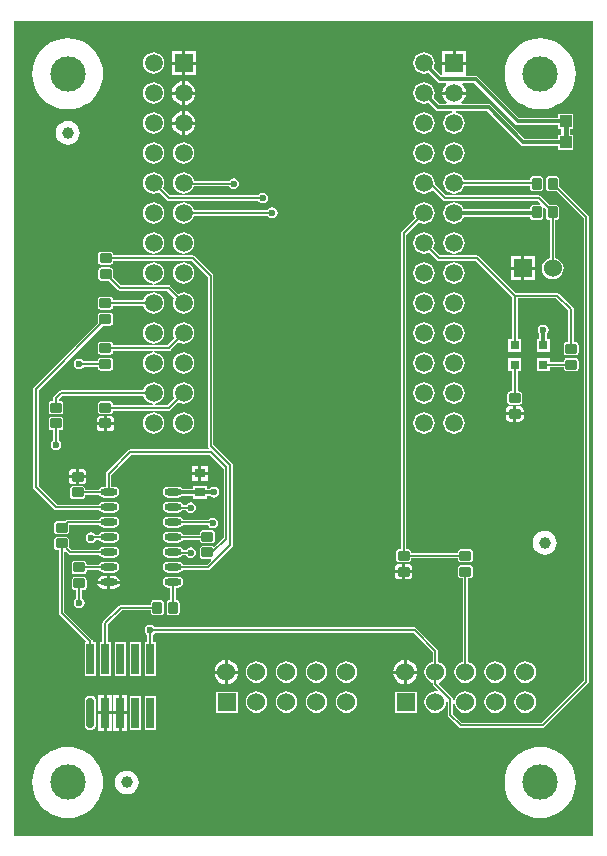
<source format=gtl>
G04*
G04 #@! TF.GenerationSoftware,Altium Limited,Altium Designer,19.1.6 (110)*
G04*
G04 Layer_Physical_Order=1*
G04 Layer_Color=255*
%FSLAX25Y25*%
%MOIN*%
G70*
G01*
G75*
G04:AMPARAMS|DCode=18|XSize=37.4mil|YSize=31.5mil|CornerRadius=3.15mil|HoleSize=0mil|Usage=FLASHONLY|Rotation=0.000|XOffset=0mil|YOffset=0mil|HoleType=Round|Shape=RoundedRectangle|*
%AMROUNDEDRECTD18*
21,1,0.03740,0.02520,0,0,0.0*
21,1,0.03110,0.03150,0,0,0.0*
1,1,0.00630,0.01555,-0.01260*
1,1,0.00630,-0.01555,-0.01260*
1,1,0.00630,-0.01555,0.01260*
1,1,0.00630,0.01555,0.01260*
%
%ADD18ROUNDEDRECTD18*%
G04:AMPARAMS|DCode=19|XSize=37.4mil|YSize=31.5mil|CornerRadius=3.94mil|HoleSize=0mil|Usage=FLASHONLY|Rotation=0.000|XOffset=0mil|YOffset=0mil|HoleType=Round|Shape=RoundedRectangle|*
%AMROUNDEDRECTD19*
21,1,0.03740,0.02362,0,0,0.0*
21,1,0.02953,0.03150,0,0,0.0*
1,1,0.00787,0.01476,-0.01181*
1,1,0.00787,-0.01476,-0.01181*
1,1,0.00787,-0.01476,0.01181*
1,1,0.00787,0.01476,0.01181*
%
%ADD19ROUNDEDRECTD19*%
G04:AMPARAMS|DCode=20|XSize=37.4mil|YSize=31.5mil|CornerRadius=3.94mil|HoleSize=0mil|Usage=FLASHONLY|Rotation=90.000|XOffset=0mil|YOffset=0mil|HoleType=Round|Shape=RoundedRectangle|*
%AMROUNDEDRECTD20*
21,1,0.03740,0.02362,0,0,90.0*
21,1,0.02953,0.03150,0,0,90.0*
1,1,0.00787,0.01181,0.01476*
1,1,0.00787,0.01181,-0.01476*
1,1,0.00787,-0.01181,-0.01476*
1,1,0.00787,-0.01181,0.01476*
%
%ADD20ROUNDEDRECTD20*%
G04:AMPARAMS|DCode=21|XSize=37.4mil|YSize=31.5mil|CornerRadius=3.15mil|HoleSize=0mil|Usage=FLASHONLY|Rotation=90.000|XOffset=0mil|YOffset=0mil|HoleType=Round|Shape=RoundedRectangle|*
%AMROUNDEDRECTD21*
21,1,0.03740,0.02520,0,0,90.0*
21,1,0.03110,0.03150,0,0,90.0*
1,1,0.00630,0.01260,0.01555*
1,1,0.00630,0.01260,-0.01555*
1,1,0.00630,-0.01260,-0.01555*
1,1,0.00630,-0.01260,0.01555*
%
%ADD21ROUNDEDRECTD21*%
%ADD22R,0.03543X0.03150*%
%ADD23O,0.05709X0.02362*%
G04:AMPARAMS|DCode=24|XSize=100mil|YSize=25mil|CornerRadius=6.25mil|HoleSize=0mil|Usage=FLASHONLY|Rotation=90.000|XOffset=0mil|YOffset=0mil|HoleType=Round|Shape=RoundedRectangle|*
%AMROUNDEDRECTD24*
21,1,0.10000,0.01250,0,0,90.0*
21,1,0.08750,0.02500,0,0,90.0*
1,1,0.01250,0.00625,0.04375*
1,1,0.01250,0.00625,-0.04375*
1,1,0.01250,-0.00625,-0.04375*
1,1,0.01250,-0.00625,0.04375*
%
%ADD24ROUNDEDRECTD24*%
%ADD25R,0.02500X0.10000*%
%ADD42R,0.03937X0.03937*%
%ADD43C,0.03937*%
%ADD44R,0.03150X0.03150*%
%ADD45C,0.00591*%
%ADD46C,0.01181*%
%ADD47C,0.01654*%
%ADD48C,0.11811*%
%ADD49C,0.06000*%
%ADD50R,0.06000X0.06000*%
%ADD51C,0.05906*%
%ADD52R,0.05906X0.05906*%
%ADD53C,0.02362*%
G36*
X194882Y1969D02*
X1969D01*
Y273622D01*
X194882D01*
Y1969D01*
D02*
G37*
%LPC*%
G36*
X152453Y263453D02*
X149000D01*
Y260000D01*
X152453D01*
Y263453D01*
D02*
G37*
G36*
X62335D02*
X58882D01*
Y260000D01*
X62335D01*
Y263453D01*
D02*
G37*
G36*
X148000D02*
X144547D01*
Y260000D01*
X148000D01*
Y263453D01*
D02*
G37*
G36*
X57882D02*
X54429D01*
Y260000D01*
X57882D01*
Y263453D01*
D02*
G37*
G36*
X48382Y263074D02*
X47457Y262952D01*
X46595Y262595D01*
X45855Y262027D01*
X45287Y261287D01*
X44930Y260425D01*
X44808Y259500D01*
X44930Y258575D01*
X45287Y257713D01*
X45855Y256973D01*
X46595Y256405D01*
X47457Y256048D01*
X48382Y255926D01*
X49307Y256048D01*
X50169Y256405D01*
X50909Y256973D01*
X51477Y257713D01*
X51834Y258575D01*
X51956Y259500D01*
X51834Y260425D01*
X51477Y261287D01*
X50909Y262027D01*
X50169Y262595D01*
X49307Y262952D01*
X48382Y263074D01*
D02*
G37*
G36*
X62335Y259000D02*
X58882D01*
Y255547D01*
X62335D01*
Y259000D01*
D02*
G37*
G36*
X57882D02*
X54429D01*
Y255547D01*
X57882D01*
Y259000D01*
D02*
G37*
G36*
X58882Y253421D02*
Y250000D01*
X62303D01*
X62233Y250532D01*
X61835Y251493D01*
X61201Y252319D01*
X60375Y252953D01*
X59414Y253351D01*
X58882Y253421D01*
D02*
G37*
G36*
X57882D02*
X57350Y253351D01*
X56388Y252953D01*
X55563Y252319D01*
X54929Y251493D01*
X54531Y250532D01*
X54461Y250000D01*
X57882D01*
Y253421D01*
D02*
G37*
G36*
X48382Y253074D02*
X47457Y252952D01*
X46595Y252595D01*
X45855Y252027D01*
X45287Y251287D01*
X44930Y250425D01*
X44808Y249500D01*
X44930Y248575D01*
X45287Y247713D01*
X45855Y246973D01*
X46595Y246405D01*
X47457Y246048D01*
X48382Y245926D01*
X49307Y246048D01*
X50169Y246405D01*
X50909Y246973D01*
X51477Y247713D01*
X51834Y248575D01*
X51956Y249500D01*
X51834Y250425D01*
X51477Y251287D01*
X50909Y252027D01*
X50169Y252595D01*
X49307Y252952D01*
X48382Y253074D01*
D02*
G37*
G36*
X62303Y249000D02*
X58882D01*
Y245579D01*
X59414Y245649D01*
X60375Y246047D01*
X61201Y246681D01*
X61835Y247507D01*
X62233Y248468D01*
X62303Y249000D01*
D02*
G37*
G36*
X57882D02*
X54461D01*
X54531Y248468D01*
X54929Y247507D01*
X55563Y246681D01*
X56388Y246047D01*
X57350Y245649D01*
X57882Y245579D01*
Y249000D01*
D02*
G37*
G36*
X177165Y267753D02*
X175312Y267607D01*
X173504Y267173D01*
X171787Y266462D01*
X170202Y265490D01*
X168788Y264283D01*
X167580Y262869D01*
X166609Y261284D01*
X165898Y259567D01*
X165464Y257759D01*
X165318Y255906D01*
X165464Y254052D01*
X165898Y252244D01*
X166609Y250527D01*
X167580Y248942D01*
X168788Y247528D01*
X170202Y246321D01*
X171787Y245349D01*
X173504Y244638D01*
X175312Y244204D01*
X177165Y244058D01*
X179019Y244204D01*
X180826Y244638D01*
X182544Y245349D01*
X184129Y246321D01*
X185543Y247528D01*
X186750Y248942D01*
X187722Y250527D01*
X188433Y252244D01*
X188867Y254052D01*
X189013Y255906D01*
X188867Y257759D01*
X188433Y259567D01*
X187722Y261284D01*
X186750Y262869D01*
X185543Y264283D01*
X184129Y265490D01*
X182544Y266462D01*
X180826Y267173D01*
X179019Y267607D01*
X177165Y267753D01*
D02*
G37*
G36*
X19685D02*
X17832Y267607D01*
X16024Y267173D01*
X14306Y266462D01*
X12721Y265490D01*
X11308Y264283D01*
X10100Y262869D01*
X9129Y261284D01*
X8417Y259567D01*
X7983Y257759D01*
X7837Y255906D01*
X7983Y254052D01*
X8417Y252244D01*
X9129Y250527D01*
X10100Y248942D01*
X11308Y247528D01*
X12721Y246321D01*
X14306Y245349D01*
X16024Y244638D01*
X17832Y244204D01*
X19685Y244058D01*
X21538Y244204D01*
X23346Y244638D01*
X25064Y245349D01*
X26649Y246321D01*
X28062Y247528D01*
X29270Y248942D01*
X30241Y250527D01*
X30953Y252244D01*
X31387Y254052D01*
X31533Y255906D01*
X31387Y257759D01*
X30953Y259567D01*
X30241Y261284D01*
X29270Y262869D01*
X28062Y264283D01*
X26649Y265490D01*
X25064Y266462D01*
X23346Y267173D01*
X21538Y267607D01*
X19685Y267753D01*
D02*
G37*
G36*
X58882Y243421D02*
Y240000D01*
X62303D01*
X62233Y240532D01*
X61835Y241493D01*
X61201Y242319D01*
X60375Y242953D01*
X59414Y243351D01*
X58882Y243421D01*
D02*
G37*
G36*
X57882D02*
X57350Y243351D01*
X56388Y242953D01*
X55563Y242319D01*
X54929Y241493D01*
X54531Y240532D01*
X54461Y240000D01*
X57882D01*
Y243421D01*
D02*
G37*
G36*
X138500Y243074D02*
X137575Y242952D01*
X136713Y242595D01*
X135973Y242027D01*
X135405Y241287D01*
X135048Y240425D01*
X134926Y239500D01*
X135048Y238575D01*
X135405Y237713D01*
X135973Y236973D01*
X136713Y236405D01*
X137575Y236048D01*
X138500Y235926D01*
X139425Y236048D01*
X140287Y236405D01*
X141027Y236973D01*
X141595Y237713D01*
X141952Y238575D01*
X142074Y239500D01*
X141952Y240425D01*
X141595Y241287D01*
X141027Y242027D01*
X140287Y242595D01*
X139425Y242952D01*
X138500Y243074D01*
D02*
G37*
G36*
X48382D02*
X47457Y242952D01*
X46595Y242595D01*
X45855Y242027D01*
X45287Y241287D01*
X44930Y240425D01*
X44808Y239500D01*
X44930Y238575D01*
X45287Y237713D01*
X45855Y236973D01*
X46595Y236405D01*
X47457Y236048D01*
X48382Y235926D01*
X49307Y236048D01*
X50169Y236405D01*
X50909Y236973D01*
X51477Y237713D01*
X51834Y238575D01*
X51956Y239500D01*
X51834Y240425D01*
X51477Y241287D01*
X50909Y242027D01*
X50169Y242595D01*
X49307Y242952D01*
X48382Y243074D01*
D02*
G37*
G36*
X62303Y239000D02*
X58882D01*
Y235579D01*
X59414Y235649D01*
X60375Y236047D01*
X61201Y236681D01*
X61835Y237507D01*
X62233Y238468D01*
X62303Y239000D01*
D02*
G37*
G36*
X57882D02*
X54461D01*
X54531Y238468D01*
X54929Y237507D01*
X55563Y236681D01*
X56388Y236047D01*
X57350Y235649D01*
X57882Y235579D01*
Y239000D01*
D02*
G37*
G36*
X138500Y263074D02*
X137575Y262952D01*
X136713Y262595D01*
X135973Y262027D01*
X135405Y261287D01*
X135048Y260425D01*
X134926Y259500D01*
X135048Y258575D01*
X135405Y257713D01*
X135973Y256973D01*
X136713Y256405D01*
X137575Y256048D01*
X138500Y255926D01*
X139425Y256048D01*
X140008Y256289D01*
X143049Y253249D01*
X143049Y253249D01*
X143439Y252987D01*
X143900Y252896D01*
X145655D01*
X145815Y252422D01*
X145681Y252319D01*
X145047Y251493D01*
X144649Y250532D01*
X144579Y250000D01*
X148500D01*
X152421D01*
X152351Y250532D01*
X151953Y251493D01*
X151319Y252319D01*
X151185Y252422D01*
X151345Y252896D01*
X155210D01*
X168857Y239248D01*
X169248Y238987D01*
X169709Y238896D01*
X169709Y238896D01*
X183141D01*
Y237541D01*
X184255D01*
Y235659D01*
X183141D01*
Y234304D01*
X172123D01*
X160875Y245551D01*
X160485Y245813D01*
X160024Y245904D01*
X160024Y245904D01*
X151128D01*
X150959Y246404D01*
X151319Y246681D01*
X151953Y247507D01*
X152351Y248468D01*
X152421Y249000D01*
X148500D01*
X144579D01*
X144649Y248468D01*
X145047Y247507D01*
X145681Y246681D01*
X146041Y246404D01*
X145872Y245904D01*
X143799D01*
X141711Y247992D01*
X141952Y248575D01*
X142074Y249500D01*
X141952Y250425D01*
X141595Y251287D01*
X141027Y252027D01*
X140287Y252595D01*
X139425Y252952D01*
X138500Y253074D01*
X137575Y252952D01*
X136713Y252595D01*
X135973Y252027D01*
X135405Y251287D01*
X135048Y250425D01*
X134926Y249500D01*
X135048Y248575D01*
X135405Y247713D01*
X135973Y246973D01*
X136713Y246405D01*
X137575Y246048D01*
X138500Y245926D01*
X139425Y246048D01*
X140008Y246289D01*
X142448Y243848D01*
X142448Y243848D01*
X142839Y243587D01*
X143300Y243496D01*
X143300Y243496D01*
X147874D01*
X147907Y242996D01*
X147575Y242952D01*
X146713Y242595D01*
X145973Y242027D01*
X145405Y241287D01*
X145048Y240425D01*
X144926Y239500D01*
X145048Y238575D01*
X145405Y237713D01*
X145973Y236973D01*
X146713Y236405D01*
X147575Y236048D01*
X148500Y235926D01*
X149425Y236048D01*
X150287Y236405D01*
X151027Y236973D01*
X151595Y237713D01*
X151952Y238575D01*
X152074Y239500D01*
X151952Y240425D01*
X151595Y241287D01*
X151027Y242027D01*
X150287Y242595D01*
X149425Y242952D01*
X149093Y242996D01*
X149126Y243496D01*
X159525D01*
X170773Y232248D01*
X170773Y232248D01*
X171163Y231987D01*
X171624Y231896D01*
X171624Y231896D01*
X183141D01*
Y230541D01*
X188259D01*
Y235659D01*
X187145D01*
Y237541D01*
X188259D01*
Y242659D01*
X183141D01*
Y241304D01*
X170208D01*
X156560Y254952D01*
X156169Y255213D01*
X155709Y255304D01*
X155709Y255304D01*
X152852D01*
X152453Y255547D01*
X152453Y255804D01*
Y259000D01*
X148500D01*
X144547D01*
Y255863D01*
X144047Y255656D01*
X141711Y257992D01*
X141952Y258575D01*
X142074Y259500D01*
X141952Y260425D01*
X141595Y261287D01*
X141027Y262027D01*
X140287Y262595D01*
X139425Y262952D01*
X138500Y263074D01*
D02*
G37*
G36*
X19685Y240191D02*
X18657Y240056D01*
X17700Y239659D01*
X16877Y239028D01*
X16246Y238206D01*
X15849Y237248D01*
X15714Y236221D01*
X15849Y235193D01*
X16246Y234235D01*
X16877Y233413D01*
X17700Y232782D01*
X18657Y232385D01*
X19685Y232249D01*
X20713Y232385D01*
X21670Y232782D01*
X22493Y233413D01*
X23124Y234235D01*
X23521Y235193D01*
X23656Y236221D01*
X23521Y237248D01*
X23124Y238206D01*
X22493Y239028D01*
X21670Y239659D01*
X20713Y240056D01*
X19685Y240191D01*
D02*
G37*
G36*
X148500Y233074D02*
X147575Y232952D01*
X146713Y232595D01*
X145973Y232027D01*
X145405Y231287D01*
X145048Y230425D01*
X144926Y229500D01*
X145048Y228575D01*
X145405Y227713D01*
X145973Y226973D01*
X146713Y226405D01*
X147575Y226048D01*
X148500Y225926D01*
X149425Y226048D01*
X150287Y226405D01*
X151027Y226973D01*
X151595Y227713D01*
X151952Y228575D01*
X152074Y229500D01*
X151952Y230425D01*
X151595Y231287D01*
X151027Y232027D01*
X150287Y232595D01*
X149425Y232952D01*
X148500Y233074D01*
D02*
G37*
G36*
X138500D02*
X137575Y232952D01*
X136713Y232595D01*
X135973Y232027D01*
X135405Y231287D01*
X135048Y230425D01*
X134926Y229500D01*
X135048Y228575D01*
X135405Y227713D01*
X135973Y226973D01*
X136713Y226405D01*
X137575Y226048D01*
X138500Y225926D01*
X139425Y226048D01*
X140287Y226405D01*
X141027Y226973D01*
X141595Y227713D01*
X141952Y228575D01*
X142074Y229500D01*
X141952Y230425D01*
X141595Y231287D01*
X141027Y232027D01*
X140287Y232595D01*
X139425Y232952D01*
X138500Y233074D01*
D02*
G37*
G36*
X58382D02*
X57457Y232952D01*
X56595Y232595D01*
X55855Y232027D01*
X55287Y231287D01*
X54930Y230425D01*
X54808Y229500D01*
X54930Y228575D01*
X55287Y227713D01*
X55855Y226973D01*
X56595Y226405D01*
X57457Y226048D01*
X58382Y225926D01*
X59307Y226048D01*
X60169Y226405D01*
X60909Y226973D01*
X61477Y227713D01*
X61834Y228575D01*
X61956Y229500D01*
X61834Y230425D01*
X61477Y231287D01*
X60909Y232027D01*
X60169Y232595D01*
X59307Y232952D01*
X58382Y233074D01*
D02*
G37*
G36*
X48382D02*
X47457Y232952D01*
X46595Y232595D01*
X45855Y232027D01*
X45287Y231287D01*
X44930Y230425D01*
X44808Y229500D01*
X44930Y228575D01*
X45287Y227713D01*
X45855Y226973D01*
X46595Y226405D01*
X47457Y226048D01*
X48382Y225926D01*
X49307Y226048D01*
X50169Y226405D01*
X50909Y226973D01*
X51477Y227713D01*
X51834Y228575D01*
X51956Y229500D01*
X51834Y230425D01*
X51477Y231287D01*
X50909Y232027D01*
X50169Y232595D01*
X49307Y232952D01*
X48382Y233074D01*
D02*
G37*
G36*
X58382Y223074D02*
X57457Y222952D01*
X56595Y222595D01*
X55855Y222027D01*
X55287Y221287D01*
X54930Y220425D01*
X54808Y219500D01*
X54930Y218575D01*
X55287Y217713D01*
X55855Y216973D01*
X56595Y216405D01*
X57457Y216048D01*
X58382Y215926D01*
X59307Y216048D01*
X60169Y216405D01*
X60909Y216973D01*
X61477Y217713D01*
X61760Y218397D01*
X73473D01*
X73723Y218023D01*
X74309Y217631D01*
X75000Y217494D01*
X75691Y217631D01*
X76277Y218023D01*
X76669Y218609D01*
X76806Y219300D01*
X76669Y219991D01*
X76277Y220577D01*
X75691Y220969D01*
X75000Y221106D01*
X74309Y220969D01*
X73723Y220577D01*
X73473Y220203D01*
X61863D01*
X61834Y220425D01*
X61477Y221287D01*
X60909Y222027D01*
X60169Y222595D01*
X59307Y222952D01*
X58382Y223074D01*
D02*
G37*
G36*
X148500D02*
X147575Y222952D01*
X146713Y222595D01*
X145973Y222027D01*
X145405Y221287D01*
X145048Y220425D01*
X144926Y219500D01*
X145048Y218575D01*
X145405Y217713D01*
X145973Y216973D01*
X146713Y216405D01*
X147575Y216048D01*
X148500Y215926D01*
X149425Y216048D01*
X150287Y216405D01*
X151027Y216973D01*
X151595Y217713D01*
X151952Y218575D01*
X151955Y218597D01*
X173858D01*
Y217824D01*
X173934Y217440D01*
X174152Y217114D01*
X174477Y216897D01*
X174861Y216820D01*
X177224D01*
X177608Y216897D01*
X177933Y217114D01*
X178151Y217440D01*
X178227Y217824D01*
Y220776D01*
X178151Y221160D01*
X177933Y221486D01*
X177608Y221704D01*
X177224Y221780D01*
X174861D01*
X174477Y221704D01*
X174152Y221486D01*
X173934Y221160D01*
X173858Y220776D01*
Y220403D01*
X151955D01*
X151952Y220425D01*
X151595Y221287D01*
X151027Y222027D01*
X150287Y222595D01*
X149425Y222952D01*
X148500Y223074D01*
D02*
G37*
G36*
X48382D02*
X47457Y222952D01*
X46595Y222595D01*
X45855Y222027D01*
X45287Y221287D01*
X44930Y220425D01*
X44808Y219500D01*
X44930Y218575D01*
X45287Y217713D01*
X45855Y216973D01*
X46595Y216405D01*
X47457Y216048D01*
X48382Y215926D01*
X49307Y216048D01*
X50169Y216405D01*
X50186Y216418D01*
X52743Y213861D01*
X53036Y213666D01*
X53382Y213597D01*
X83173D01*
X83423Y213223D01*
X84009Y212831D01*
X84700Y212694D01*
X85391Y212831D01*
X85977Y213223D01*
X86369Y213809D01*
X86506Y214500D01*
X86369Y215191D01*
X85977Y215777D01*
X85391Y216169D01*
X84700Y216306D01*
X84009Y216169D01*
X83423Y215777D01*
X83173Y215403D01*
X53756D01*
X51464Y217696D01*
X51477Y217713D01*
X51834Y218575D01*
X51956Y219500D01*
X51834Y220425D01*
X51477Y221287D01*
X50909Y222027D01*
X50169Y222595D01*
X49307Y222952D01*
X48382Y223074D01*
D02*
G37*
G36*
X138500D02*
X137575Y222952D01*
X136713Y222595D01*
X135973Y222027D01*
X135405Y221287D01*
X135048Y220425D01*
X134926Y219500D01*
X135048Y218575D01*
X135405Y217713D01*
X135973Y216973D01*
X136713Y216405D01*
X137575Y216048D01*
X138500Y215926D01*
X139425Y216048D01*
X140287Y216405D01*
X141027Y216973D01*
X141067Y217024D01*
X141566Y217057D01*
X144761Y213861D01*
X145054Y213666D01*
X145400Y213597D01*
X176426D01*
X177360Y212663D01*
X177283Y212390D01*
X177136Y212180D01*
X174861D01*
X174477Y212104D01*
X174152Y211886D01*
X173934Y211560D01*
X173858Y211176D01*
Y210704D01*
X151836D01*
X151595Y211287D01*
X151027Y212027D01*
X150287Y212595D01*
X149425Y212952D01*
X148500Y213074D01*
X147575Y212952D01*
X146713Y212595D01*
X145973Y212027D01*
X145405Y211287D01*
X145048Y210425D01*
X144926Y209500D01*
X145048Y208575D01*
X145405Y207713D01*
X145973Y206973D01*
X146713Y206405D01*
X147575Y206048D01*
X148500Y205926D01*
X149425Y206048D01*
X150287Y206405D01*
X151027Y206973D01*
X151595Y207713D01*
X151836Y208296D01*
X173858D01*
Y208224D01*
X173934Y207840D01*
X174152Y207514D01*
X174477Y207296D01*
X174861Y207220D01*
X177224D01*
X177608Y207296D01*
X177933Y207514D01*
X178151Y207840D01*
X178227Y208224D01*
Y211088D01*
X178437Y211236D01*
X178710Y211313D01*
X179174Y210848D01*
Y208145D01*
X179245Y207792D01*
X179445Y207492D01*
X179744Y207292D01*
X180098Y207222D01*
X180454D01*
Y194603D01*
X180420Y194598D01*
X179547Y194236D01*
X178797Y193661D01*
X178221Y192911D01*
X177859Y192037D01*
X177736Y191100D01*
X177859Y190163D01*
X178221Y189289D01*
X178797Y188539D01*
X179547Y187964D01*
X180420Y187602D01*
X181358Y187478D01*
X182295Y187602D01*
X183168Y187964D01*
X183918Y188539D01*
X184494Y189289D01*
X184856Y190163D01*
X184979Y191100D01*
X184856Y192037D01*
X184494Y192911D01*
X183918Y193661D01*
X183168Y194236D01*
X182295Y194598D01*
X182261Y194603D01*
Y207222D01*
X182617D01*
X182971Y207292D01*
X183270Y207492D01*
X183470Y207792D01*
X183541Y208145D01*
Y211255D01*
X183470Y211608D01*
X183270Y211908D01*
X182971Y212108D01*
X182617Y212178D01*
X180399D01*
X177439Y215139D01*
X177146Y215334D01*
X176800Y215403D01*
X145774D01*
X142028Y219149D01*
X142074Y219500D01*
X141952Y220425D01*
X141595Y221287D01*
X141027Y222027D01*
X140287Y222595D01*
X139425Y222952D01*
X138500Y223074D01*
D02*
G37*
G36*
X58382Y213074D02*
X57457Y212952D01*
X56595Y212595D01*
X55855Y212027D01*
X55287Y211287D01*
X54930Y210425D01*
X54808Y209500D01*
X54930Y208575D01*
X55287Y207713D01*
X55855Y206973D01*
X56595Y206405D01*
X57457Y206048D01*
X58382Y205926D01*
X59307Y206048D01*
X60169Y206405D01*
X60909Y206973D01*
X61477Y207713D01*
X61834Y208575D01*
X61837Y208597D01*
X86440D01*
X86623Y208323D01*
X87209Y207931D01*
X87900Y207794D01*
X88591Y207931D01*
X89177Y208323D01*
X89569Y208909D01*
X89706Y209600D01*
X89569Y210291D01*
X89177Y210877D01*
X88591Y211269D01*
X87900Y211406D01*
X87209Y211269D01*
X86623Y210877D01*
X86306Y210403D01*
X61837D01*
X61834Y210425D01*
X61477Y211287D01*
X60909Y212027D01*
X60169Y212595D01*
X59307Y212952D01*
X58382Y213074D01*
D02*
G37*
G36*
X138500D02*
X137575Y212952D01*
X136713Y212595D01*
X135973Y212027D01*
X135405Y211287D01*
X135048Y210425D01*
X134926Y209500D01*
X135048Y208575D01*
X135405Y207713D01*
X135418Y207696D01*
X131054Y203331D01*
X130859Y203039D01*
X130790Y202693D01*
Y97460D01*
X130217D01*
X129832Y97384D01*
X129507Y97166D01*
X129289Y96841D01*
X129213Y96457D01*
Y94095D01*
X129289Y93711D01*
X129507Y93385D01*
X129832Y93167D01*
X130217Y93091D01*
X133169D01*
X133553Y93167D01*
X133879Y93385D01*
X134096Y93711D01*
X134173Y94095D01*
Y94372D01*
X149784D01*
Y94095D01*
X149860Y93711D01*
X150078Y93385D01*
X150403Y93167D01*
X150787Y93091D01*
X153740D01*
X154124Y93167D01*
X154450Y93385D01*
X154667Y93711D01*
X154744Y94095D01*
Y96457D01*
X154667Y96841D01*
X154450Y97166D01*
X154124Y97384D01*
X153740Y97460D01*
X150787D01*
X150403Y97384D01*
X150078Y97166D01*
X149860Y96841D01*
X149784Y96457D01*
Y96179D01*
X134173D01*
Y96457D01*
X134096Y96841D01*
X133879Y97166D01*
X133553Y97384D01*
X133169Y97460D01*
X132596D01*
Y202319D01*
X136696Y206418D01*
X136713Y206405D01*
X137575Y206048D01*
X138500Y205926D01*
X139425Y206048D01*
X140287Y206405D01*
X141027Y206973D01*
X141595Y207713D01*
X141952Y208575D01*
X142074Y209500D01*
X141952Y210425D01*
X141595Y211287D01*
X141027Y212027D01*
X140287Y212595D01*
X139425Y212952D01*
X138500Y213074D01*
D02*
G37*
G36*
X48382D02*
X47457Y212952D01*
X46595Y212595D01*
X45855Y212027D01*
X45287Y211287D01*
X44930Y210425D01*
X44808Y209500D01*
X44930Y208575D01*
X45287Y207713D01*
X45855Y206973D01*
X46595Y206405D01*
X47457Y206048D01*
X48382Y205926D01*
X49307Y206048D01*
X50169Y206405D01*
X50909Y206973D01*
X51477Y207713D01*
X51834Y208575D01*
X51956Y209500D01*
X51834Y210425D01*
X51477Y211287D01*
X50909Y212027D01*
X50169Y212595D01*
X49307Y212952D01*
X48382Y213074D01*
D02*
G37*
G36*
X148500Y203074D02*
X147575Y202952D01*
X146713Y202595D01*
X145973Y202027D01*
X145405Y201287D01*
X145048Y200425D01*
X144926Y199500D01*
X145048Y198575D01*
X145405Y197713D01*
X145973Y196973D01*
X146713Y196405D01*
X147575Y196048D01*
X148500Y195926D01*
X149425Y196048D01*
X150287Y196405D01*
X151027Y196973D01*
X151595Y197713D01*
X151952Y198575D01*
X152074Y199500D01*
X151952Y200425D01*
X151595Y201287D01*
X151027Y202027D01*
X150287Y202595D01*
X149425Y202952D01*
X148500Y203074D01*
D02*
G37*
G36*
X58382D02*
X57457Y202952D01*
X56595Y202595D01*
X55855Y202027D01*
X55287Y201287D01*
X54930Y200425D01*
X54808Y199500D01*
X54930Y198575D01*
X55287Y197713D01*
X55855Y196973D01*
X56595Y196405D01*
X57457Y196048D01*
X58382Y195926D01*
X59307Y196048D01*
X60169Y196405D01*
X60909Y196973D01*
X61477Y197713D01*
X61834Y198575D01*
X61956Y199500D01*
X61834Y200425D01*
X61477Y201287D01*
X60909Y202027D01*
X60169Y202595D01*
X59307Y202952D01*
X58382Y203074D01*
D02*
G37*
G36*
X48382D02*
X47457Y202952D01*
X46595Y202595D01*
X45855Y202027D01*
X45287Y201287D01*
X44930Y200425D01*
X44808Y199500D01*
X44930Y198575D01*
X45287Y197713D01*
X45855Y196973D01*
X46595Y196405D01*
X47457Y196048D01*
X48382Y195926D01*
X49307Y196048D01*
X50169Y196405D01*
X50909Y196973D01*
X51477Y197713D01*
X51834Y198575D01*
X51956Y199500D01*
X51834Y200425D01*
X51477Y201287D01*
X50909Y202027D01*
X50169Y202595D01*
X49307Y202952D01*
X48382Y203074D01*
D02*
G37*
G36*
X175357Y195100D02*
X171858D01*
Y191600D01*
X175357D01*
Y195100D01*
D02*
G37*
G36*
X170858D02*
X167358D01*
Y191600D01*
X170858D01*
Y195100D01*
D02*
G37*
G36*
X175357Y190600D02*
X171858D01*
Y187100D01*
X175357D01*
Y190600D01*
D02*
G37*
G36*
X170858D02*
X167358D01*
Y187100D01*
X170858D01*
Y190600D01*
D02*
G37*
G36*
X148500Y193074D02*
X147575Y192952D01*
X146713Y192595D01*
X145973Y192027D01*
X145405Y191287D01*
X145048Y190425D01*
X144926Y189500D01*
X145048Y188575D01*
X145405Y187713D01*
X145973Y186973D01*
X146713Y186405D01*
X147575Y186048D01*
X148500Y185926D01*
X149425Y186048D01*
X150287Y186405D01*
X151027Y186973D01*
X151595Y187713D01*
X151952Y188575D01*
X152074Y189500D01*
X151952Y190425D01*
X151595Y191287D01*
X151027Y192027D01*
X150287Y192595D01*
X149425Y192952D01*
X148500Y193074D01*
D02*
G37*
G36*
X138500D02*
X137575Y192952D01*
X136713Y192595D01*
X135973Y192027D01*
X135405Y191287D01*
X135048Y190425D01*
X134926Y189500D01*
X135048Y188575D01*
X135405Y187713D01*
X135973Y186973D01*
X136713Y186405D01*
X137575Y186048D01*
X138500Y185926D01*
X139425Y186048D01*
X140287Y186405D01*
X141027Y186973D01*
X141595Y187713D01*
X141952Y188575D01*
X142074Y189500D01*
X141952Y190425D01*
X141595Y191287D01*
X141027Y192027D01*
X140287Y192595D01*
X139425Y192952D01*
X138500Y193074D01*
D02*
G37*
G36*
X58382D02*
X57457Y192952D01*
X56595Y192595D01*
X55855Y192027D01*
X55287Y191287D01*
X54930Y190425D01*
X54808Y189500D01*
X54930Y188575D01*
X55287Y187713D01*
X55855Y186973D01*
X56595Y186405D01*
X57457Y186048D01*
X58382Y185926D01*
X59307Y186048D01*
X60169Y186405D01*
X60909Y186973D01*
X61477Y187713D01*
X61834Y188575D01*
X61956Y189500D01*
X61834Y190425D01*
X61477Y191287D01*
X60909Y192027D01*
X60169Y192595D01*
X59307Y192952D01*
X58382Y193074D01*
D02*
G37*
G36*
X48382D02*
X47457Y192952D01*
X46595Y192595D01*
X45855Y192027D01*
X45287Y191287D01*
X44930Y190425D01*
X44808Y189500D01*
X44930Y188575D01*
X45287Y187713D01*
X45855Y186973D01*
X46595Y186405D01*
X47457Y186048D01*
X48084Y185965D01*
X48197Y185950D01*
X48165Y185450D01*
X37382D01*
X34858Y187974D01*
X34862Y187992D01*
Y190354D01*
X34785Y190738D01*
X34568Y191064D01*
X34242Y191281D01*
X33858Y191358D01*
X30906D01*
X30522Y191281D01*
X30196Y191064D01*
X29978Y190738D01*
X29902Y190354D01*
Y187992D01*
X29978Y187608D01*
X30196Y187283D01*
X30522Y187065D01*
X30906Y186989D01*
X33289D01*
X36369Y183909D01*
X36662Y183713D01*
X37008Y183644D01*
X52960D01*
X55300Y181304D01*
X55287Y181287D01*
X54930Y180425D01*
X54808Y179500D01*
X54930Y178575D01*
X55287Y177713D01*
X55855Y176973D01*
X56595Y176405D01*
X57457Y176048D01*
X58382Y175926D01*
X59307Y176048D01*
X60169Y176405D01*
X60909Y176973D01*
X61477Y177713D01*
X61834Y178575D01*
X61956Y179500D01*
X61834Y180425D01*
X61477Y181287D01*
X60909Y182027D01*
X60169Y182595D01*
X59307Y182952D01*
X58382Y183074D01*
X57457Y182952D01*
X56595Y182595D01*
X56577Y182582D01*
X53973Y185186D01*
X53680Y185382D01*
X53335Y185450D01*
X48599D01*
X48566Y185950D01*
X48680Y185965D01*
X49307Y186048D01*
X50169Y186405D01*
X50909Y186973D01*
X51477Y187713D01*
X51834Y188575D01*
X51956Y189500D01*
X51834Y190425D01*
X51477Y191287D01*
X50909Y192027D01*
X50169Y192595D01*
X49307Y192952D01*
X48382Y193074D01*
D02*
G37*
G36*
Y183074D02*
X47457Y182952D01*
X46595Y182595D01*
X45855Y182027D01*
X45287Y181287D01*
X44930Y180425D01*
X44927Y180403D01*
X34780D01*
Y180639D01*
X34703Y181023D01*
X34486Y181348D01*
X34160Y181566D01*
X33776Y181642D01*
X30824D01*
X30440Y181566D01*
X30114Y181348D01*
X29897Y181023D01*
X29820Y180639D01*
Y178276D01*
X29897Y177892D01*
X30114Y177567D01*
X30440Y177349D01*
X30824Y177273D01*
X33776D01*
X34160Y177349D01*
X34486Y177567D01*
X34703Y177892D01*
X34780Y178276D01*
Y178597D01*
X44927D01*
X44930Y178575D01*
X45287Y177713D01*
X45855Y176973D01*
X46595Y176405D01*
X47457Y176048D01*
X48382Y175926D01*
X49307Y176048D01*
X50169Y176405D01*
X50909Y176973D01*
X51477Y177713D01*
X51834Y178575D01*
X51956Y179500D01*
X51834Y180425D01*
X51477Y181287D01*
X50909Y182027D01*
X50169Y182595D01*
X49307Y182952D01*
X48382Y183074D01*
D02*
G37*
G36*
X148500D02*
X147575Y182952D01*
X146713Y182595D01*
X145973Y182027D01*
X145405Y181287D01*
X145048Y180425D01*
X144926Y179500D01*
X145048Y178575D01*
X145405Y177713D01*
X145973Y176973D01*
X146713Y176405D01*
X147575Y176048D01*
X148500Y175926D01*
X149425Y176048D01*
X150287Y176405D01*
X151027Y176973D01*
X151595Y177713D01*
X151952Y178575D01*
X152074Y179500D01*
X151952Y180425D01*
X151595Y181287D01*
X151027Y182027D01*
X150287Y182595D01*
X149425Y182952D01*
X148500Y183074D01*
D02*
G37*
G36*
X138500D02*
X137575Y182952D01*
X136713Y182595D01*
X135973Y182027D01*
X135405Y181287D01*
X135048Y180425D01*
X134926Y179500D01*
X135048Y178575D01*
X135405Y177713D01*
X135973Y176973D01*
X136713Y176405D01*
X137575Y176048D01*
X138500Y175926D01*
X139425Y176048D01*
X140287Y176405D01*
X141027Y176973D01*
X141595Y177713D01*
X141952Y178575D01*
X142074Y179500D01*
X141952Y180425D01*
X141595Y181287D01*
X141027Y182027D01*
X140287Y182595D01*
X139425Y182952D01*
X138500Y183074D01*
D02*
G37*
G36*
X148500Y173074D02*
X147575Y172952D01*
X146713Y172595D01*
X145973Y172027D01*
X145405Y171287D01*
X145048Y170425D01*
X144926Y169500D01*
X145048Y168575D01*
X145405Y167713D01*
X145973Y166973D01*
X146713Y166405D01*
X147575Y166048D01*
X148500Y165926D01*
X149425Y166048D01*
X150287Y166405D01*
X151027Y166973D01*
X151595Y167713D01*
X151952Y168575D01*
X152074Y169500D01*
X151952Y170425D01*
X151595Y171287D01*
X151027Y172027D01*
X150287Y172595D01*
X149425Y172952D01*
X148500Y173074D01*
D02*
G37*
G36*
X138500D02*
X137575Y172952D01*
X136713Y172595D01*
X135973Y172027D01*
X135405Y171287D01*
X135048Y170425D01*
X134926Y169500D01*
X135048Y168575D01*
X135405Y167713D01*
X135973Y166973D01*
X136713Y166405D01*
X137575Y166048D01*
X138500Y165926D01*
X139425Y166048D01*
X140287Y166405D01*
X141027Y166973D01*
X141595Y167713D01*
X141952Y168575D01*
X142074Y169500D01*
X141952Y170425D01*
X141595Y171287D01*
X141027Y172027D01*
X140287Y172595D01*
X139425Y172952D01*
X138500Y173074D01*
D02*
G37*
G36*
X48382D02*
X47457Y172952D01*
X46595Y172595D01*
X45855Y172027D01*
X45287Y171287D01*
X44930Y170425D01*
X44808Y169500D01*
X44930Y168575D01*
X45287Y167713D01*
X45855Y166973D01*
X46595Y166405D01*
X47457Y166048D01*
X48382Y165926D01*
X49307Y166048D01*
X50169Y166405D01*
X50909Y166973D01*
X51477Y167713D01*
X51834Y168575D01*
X51956Y169500D01*
X51834Y170425D01*
X51477Y171287D01*
X50909Y172027D01*
X50169Y172595D01*
X49307Y172952D01*
X48382Y173074D01*
D02*
G37*
G36*
X58382D02*
X57457Y172952D01*
X56595Y172595D01*
X55855Y172027D01*
X55287Y171287D01*
X54930Y170425D01*
X54808Y169500D01*
X54930Y168575D01*
X55287Y167713D01*
X55300Y167696D01*
X52965Y165361D01*
X34780D01*
Y165639D01*
X34703Y166023D01*
X34486Y166348D01*
X34160Y166566D01*
X33776Y166642D01*
X30824D01*
X30440Y166566D01*
X30114Y166348D01*
X29897Y166023D01*
X29820Y165639D01*
Y163276D01*
X29897Y162892D01*
X30114Y162567D01*
X30440Y162349D01*
X30824Y162273D01*
X33776D01*
X34160Y162349D01*
X34486Y162567D01*
X34703Y162892D01*
X34780Y163276D01*
Y163554D01*
X48201D01*
X48233Y163054D01*
X48051Y163030D01*
X47457Y162952D01*
X46595Y162595D01*
X45855Y162027D01*
X45287Y161287D01*
X44930Y160425D01*
X44808Y159500D01*
X44930Y158575D01*
X45287Y157713D01*
X45855Y156973D01*
X46595Y156405D01*
X47457Y156048D01*
X48382Y155926D01*
X49307Y156048D01*
X50169Y156405D01*
X50909Y156973D01*
X51477Y157713D01*
X51834Y158575D01*
X51956Y159500D01*
X51834Y160425D01*
X51477Y161287D01*
X50909Y162027D01*
X50169Y162595D01*
X49307Y162952D01*
X48713Y163030D01*
X48531Y163054D01*
X48563Y163554D01*
X53339D01*
X53685Y163623D01*
X53978Y163819D01*
X56577Y166418D01*
X56595Y166405D01*
X57457Y166048D01*
X58382Y165926D01*
X59307Y166048D01*
X60169Y166405D01*
X60909Y166973D01*
X61477Y167713D01*
X61834Y168575D01*
X61956Y169500D01*
X61834Y170425D01*
X61477Y171287D01*
X60909Y172027D01*
X60169Y172595D01*
X59307Y172952D01*
X58382Y173074D01*
D02*
G37*
G36*
X178200Y172206D02*
X177509Y172069D01*
X176923Y171677D01*
X176531Y171091D01*
X176394Y170400D01*
X176531Y169709D01*
X176923Y169123D01*
X176944Y169109D01*
Y167661D01*
X175983D01*
Y163331D01*
X180313D01*
Y167661D01*
X179352D01*
Y169039D01*
X179477Y169123D01*
X179869Y169709D01*
X180006Y170400D01*
X179869Y171091D01*
X179477Y171677D01*
X178891Y172069D01*
X178200Y172206D01*
D02*
G37*
G36*
X138500Y203074D02*
X137575Y202952D01*
X136713Y202595D01*
X135973Y202027D01*
X135405Y201287D01*
X135048Y200425D01*
X134926Y199500D01*
X135048Y198575D01*
X135405Y197713D01*
X135973Y196973D01*
X136713Y196405D01*
X137575Y196048D01*
X138500Y195926D01*
X139425Y196048D01*
X140287Y196405D01*
X140304Y196418D01*
X142861Y193861D01*
X143154Y193666D01*
X143500Y193597D01*
X155826D01*
X167845Y181578D01*
Y167661D01*
X166583D01*
Y163331D01*
X170913D01*
Y167661D01*
X169651D01*
Y181049D01*
X182574D01*
X186597Y177026D01*
Y166498D01*
X185945D01*
X185592Y166428D01*
X185292Y166228D01*
X185092Y165928D01*
X185022Y165575D01*
Y163055D01*
X185092Y162702D01*
X185292Y162402D01*
X185592Y162202D01*
X185945Y162132D01*
X189055D01*
X189408Y162202D01*
X189708Y162402D01*
X189908Y162702D01*
X189978Y163055D01*
Y165575D01*
X189908Y165928D01*
X189708Y166228D01*
X189408Y166428D01*
X189055Y166498D01*
X188403D01*
Y177400D01*
X188334Y177746D01*
X188139Y178039D01*
X183587Y182591D01*
X183294Y182786D01*
X182948Y182855D01*
X169122D01*
X156839Y195139D01*
X156546Y195334D01*
X156200Y195403D01*
X143874D01*
X141582Y197696D01*
X141595Y197713D01*
X141952Y198575D01*
X142074Y199500D01*
X141952Y200425D01*
X141595Y201287D01*
X141027Y202027D01*
X140287Y202595D01*
X139425Y202952D01*
X138500Y203074D01*
D02*
G37*
G36*
X33855Y161326D02*
X30745D01*
X30392Y161255D01*
X30092Y161055D01*
X29892Y160756D01*
X29822Y160402D01*
Y160103D01*
X25070D01*
X24820Y160477D01*
X24234Y160869D01*
X23542Y161006D01*
X22851Y160869D01*
X22265Y160477D01*
X21874Y159891D01*
X21736Y159200D01*
X21874Y158509D01*
X22265Y157923D01*
X22851Y157531D01*
X23542Y157394D01*
X24234Y157531D01*
X24820Y157923D01*
X25070Y158297D01*
X29822D01*
Y157883D01*
X29892Y157529D01*
X30092Y157230D01*
X30392Y157030D01*
X30745Y156959D01*
X33855D01*
X34208Y157030D01*
X34508Y157230D01*
X34708Y157529D01*
X34778Y157883D01*
Y160402D01*
X34708Y160756D01*
X34508Y161055D01*
X34208Y161255D01*
X33855Y161326D01*
D02*
G37*
G36*
X188976Y161185D02*
X186024D01*
X185640Y161108D01*
X185314Y160891D01*
X185097Y160565D01*
X185020Y160181D01*
Y159903D01*
X180313D01*
Y161165D01*
X175983D01*
Y156835D01*
X180313D01*
Y158097D01*
X185020D01*
Y157819D01*
X185097Y157435D01*
X185314Y157109D01*
X185640Y156892D01*
X186024Y156815D01*
X188976D01*
X189360Y156892D01*
X189686Y157109D01*
X189903Y157435D01*
X189980Y157819D01*
Y160181D01*
X189903Y160565D01*
X189686Y160891D01*
X189360Y161108D01*
X188976Y161185D01*
D02*
G37*
G36*
X148500Y163074D02*
X147575Y162952D01*
X146713Y162595D01*
X145973Y162027D01*
X145405Y161287D01*
X145048Y160425D01*
X144926Y159500D01*
X145048Y158575D01*
X145405Y157713D01*
X145973Y156973D01*
X146713Y156405D01*
X147575Y156048D01*
X148500Y155926D01*
X149425Y156048D01*
X150287Y156405D01*
X151027Y156973D01*
X151595Y157713D01*
X151952Y158575D01*
X152074Y159500D01*
X151952Y160425D01*
X151595Y161287D01*
X151027Y162027D01*
X150287Y162595D01*
X149425Y162952D01*
X148500Y163074D01*
D02*
G37*
G36*
X138500D02*
X137575Y162952D01*
X136713Y162595D01*
X135973Y162027D01*
X135405Y161287D01*
X135048Y160425D01*
X134926Y159500D01*
X135048Y158575D01*
X135405Y157713D01*
X135973Y156973D01*
X136713Y156405D01*
X137575Y156048D01*
X138500Y155926D01*
X139425Y156048D01*
X140287Y156405D01*
X141027Y156973D01*
X141595Y157713D01*
X141952Y158575D01*
X142074Y159500D01*
X141952Y160425D01*
X141595Y161287D01*
X141027Y162027D01*
X140287Y162595D01*
X139425Y162952D01*
X138500Y163074D01*
D02*
G37*
G36*
X58382D02*
X57457Y162952D01*
X56595Y162595D01*
X55855Y162027D01*
X55287Y161287D01*
X54930Y160425D01*
X54808Y159500D01*
X54930Y158575D01*
X55287Y157713D01*
X55855Y156973D01*
X56595Y156405D01*
X57457Y156048D01*
X58382Y155926D01*
X59307Y156048D01*
X60169Y156405D01*
X60909Y156973D01*
X61477Y157713D01*
X61834Y158575D01*
X61956Y159500D01*
X61834Y160425D01*
X61477Y161287D01*
X60909Y162027D01*
X60169Y162595D01*
X59307Y162952D01*
X58382Y163074D01*
D02*
G37*
G36*
X148500Y153074D02*
X147575Y152952D01*
X146713Y152595D01*
X145973Y152027D01*
X145405Y151287D01*
X145048Y150425D01*
X144926Y149500D01*
X145048Y148575D01*
X145405Y147713D01*
X145973Y146973D01*
X146713Y146405D01*
X147575Y146048D01*
X148500Y145926D01*
X149425Y146048D01*
X150287Y146405D01*
X151027Y146973D01*
X151595Y147713D01*
X151952Y148575D01*
X152074Y149500D01*
X151952Y150425D01*
X151595Y151287D01*
X151027Y152027D01*
X150287Y152595D01*
X149425Y152952D01*
X148500Y153074D01*
D02*
G37*
G36*
X138500D02*
X137575Y152952D01*
X136713Y152595D01*
X135973Y152027D01*
X135405Y151287D01*
X135048Y150425D01*
X134926Y149500D01*
X135048Y148575D01*
X135405Y147713D01*
X135973Y146973D01*
X136713Y146405D01*
X137575Y146048D01*
X138500Y145926D01*
X139425Y146048D01*
X140287Y146405D01*
X141027Y146973D01*
X141595Y147713D01*
X141952Y148575D01*
X142074Y149500D01*
X141952Y150425D01*
X141595Y151287D01*
X141027Y152027D01*
X140287Y152595D01*
X139425Y152952D01*
X138500Y153074D01*
D02*
G37*
G36*
X170913Y161165D02*
X166583D01*
Y156835D01*
X167845D01*
Y150033D01*
X167272D01*
X166888Y149956D01*
X166562Y149739D01*
X166344Y149413D01*
X166268Y149029D01*
Y146667D01*
X166344Y146283D01*
X166562Y145957D01*
X166888Y145740D01*
X167272Y145663D01*
X170224D01*
X170608Y145740D01*
X170934Y145957D01*
X171151Y146283D01*
X171228Y146667D01*
Y149029D01*
X171151Y149413D01*
X170934Y149739D01*
X170608Y149956D01*
X170224Y150033D01*
X169651D01*
Y156835D01*
X170913D01*
Y161165D01*
D02*
G37*
G36*
X58382Y153074D02*
X57457Y152952D01*
X56595Y152595D01*
X55855Y152027D01*
X55287Y151287D01*
X54930Y150425D01*
X54808Y149500D01*
X54930Y148575D01*
X55287Y147713D01*
X55300Y147696D01*
X53065Y145461D01*
X48677D01*
X48644Y145961D01*
X49307Y146048D01*
X50169Y146405D01*
X50909Y146973D01*
X51477Y147713D01*
X51834Y148575D01*
X51956Y149500D01*
X51834Y150425D01*
X51477Y151287D01*
X50909Y152027D01*
X50169Y152595D01*
X49307Y152952D01*
X48382Y153074D01*
X47457Y152952D01*
X46595Y152595D01*
X45855Y152027D01*
X45287Y151287D01*
X44930Y150425D01*
X44927Y150403D01*
X17564D01*
X17218Y150334D01*
X16925Y150139D01*
X15161Y148375D01*
X14966Y148082D01*
X14897Y147736D01*
Y146842D01*
X14324D01*
X13940Y146766D01*
X13614Y146548D01*
X13397Y146223D01*
X13320Y145839D01*
Y143476D01*
X13397Y143092D01*
X13614Y142767D01*
X13940Y142549D01*
X14324Y142473D01*
X17276D01*
X17660Y142549D01*
X17986Y142767D01*
X18203Y143092D01*
X18280Y143476D01*
Y145839D01*
X18203Y146223D01*
X17986Y146548D01*
X17660Y146766D01*
X17276Y146842D01*
X16703D01*
Y147362D01*
X17938Y148597D01*
X44927D01*
X44930Y148575D01*
X45287Y147713D01*
X45855Y146973D01*
X46595Y146405D01*
X47457Y146048D01*
X48120Y145961D01*
X48087Y145461D01*
X34780D01*
Y145839D01*
X34703Y146223D01*
X34486Y146548D01*
X34160Y146766D01*
X33776Y146842D01*
X30824D01*
X30440Y146766D01*
X30114Y146548D01*
X29897Y146223D01*
X29820Y145839D01*
Y143476D01*
X29897Y143092D01*
X30114Y142767D01*
X30440Y142549D01*
X30824Y142473D01*
X33776D01*
X34160Y142549D01*
X34486Y142767D01*
X34703Y143092D01*
X34780Y143476D01*
Y143654D01*
X53439D01*
X53785Y143723D01*
X54078Y143919D01*
X56577Y146418D01*
X56595Y146405D01*
X57457Y146048D01*
X58382Y145926D01*
X59307Y146048D01*
X60169Y146405D01*
X60909Y146973D01*
X61477Y147713D01*
X61834Y148575D01*
X61956Y149500D01*
X61834Y150425D01*
X61477Y151287D01*
X60909Y152027D01*
X60169Y152595D01*
X59307Y152952D01*
X58382Y153074D01*
D02*
G37*
G36*
X170303Y145134D02*
X169248D01*
Y143033D01*
X171644D01*
Y143793D01*
X171542Y144306D01*
X171251Y144741D01*
X170816Y145032D01*
X170303Y145134D01*
D02*
G37*
G36*
X168248D02*
X167193D01*
X166680Y145032D01*
X166245Y144741D01*
X165954Y144306D01*
X165852Y143793D01*
Y143033D01*
X168248D01*
Y145134D01*
D02*
G37*
G36*
X171644Y142033D02*
X169248D01*
Y139933D01*
X170303D01*
X170816Y140035D01*
X171251Y140325D01*
X171542Y140760D01*
X171644Y141273D01*
Y142033D01*
D02*
G37*
G36*
X168248D02*
X165852D01*
Y141273D01*
X165954Y140760D01*
X166245Y140325D01*
X166680Y140035D01*
X167193Y139933D01*
X168248D01*
Y142033D01*
D02*
G37*
G36*
X33855Y141943D02*
X32800D01*
Y139842D01*
X35196D01*
Y140602D01*
X35094Y141115D01*
X34803Y141550D01*
X34368Y141841D01*
X33855Y141943D01*
D02*
G37*
G36*
X31800D02*
X30745D01*
X30232Y141841D01*
X29797Y141550D01*
X29506Y141115D01*
X29404Y140602D01*
Y139842D01*
X31800D01*
Y141943D01*
D02*
G37*
G36*
X35196Y138842D02*
X32800D01*
Y136742D01*
X33855D01*
X34368Y136844D01*
X34803Y137135D01*
X35094Y137570D01*
X35196Y138083D01*
Y138842D01*
D02*
G37*
G36*
X31800D02*
X29404D01*
Y138083D01*
X29506Y137570D01*
X29797Y137135D01*
X30232Y136844D01*
X30745Y136742D01*
X31800D01*
Y138842D01*
D02*
G37*
G36*
X148500Y143074D02*
X147575Y142952D01*
X146713Y142595D01*
X145973Y142027D01*
X145405Y141287D01*
X145048Y140425D01*
X144926Y139500D01*
X145048Y138575D01*
X145405Y137713D01*
X145973Y136973D01*
X146713Y136405D01*
X147575Y136048D01*
X148500Y135926D01*
X149425Y136048D01*
X150287Y136405D01*
X151027Y136973D01*
X151595Y137713D01*
X151952Y138575D01*
X152074Y139500D01*
X151952Y140425D01*
X151595Y141287D01*
X151027Y142027D01*
X150287Y142595D01*
X149425Y142952D01*
X148500Y143074D01*
D02*
G37*
G36*
X138500D02*
X137575Y142952D01*
X136713Y142595D01*
X135973Y142027D01*
X135405Y141287D01*
X135048Y140425D01*
X134926Y139500D01*
X135048Y138575D01*
X135405Y137713D01*
X135973Y136973D01*
X136713Y136405D01*
X137575Y136048D01*
X138500Y135926D01*
X139425Y136048D01*
X140287Y136405D01*
X141027Y136973D01*
X141595Y137713D01*
X141952Y138575D01*
X142074Y139500D01*
X141952Y140425D01*
X141595Y141287D01*
X141027Y142027D01*
X140287Y142595D01*
X139425Y142952D01*
X138500Y143074D01*
D02*
G37*
G36*
X58382D02*
X57457Y142952D01*
X56595Y142595D01*
X55855Y142027D01*
X55287Y141287D01*
X54930Y140425D01*
X54808Y139500D01*
X54930Y138575D01*
X55287Y137713D01*
X55855Y136973D01*
X56595Y136405D01*
X57457Y136048D01*
X58382Y135926D01*
X59307Y136048D01*
X60169Y136405D01*
X60909Y136973D01*
X61477Y137713D01*
X61834Y138575D01*
X61956Y139500D01*
X61834Y140425D01*
X61477Y141287D01*
X60909Y142027D01*
X60169Y142595D01*
X59307Y142952D01*
X58382Y143074D01*
D02*
G37*
G36*
X48382D02*
X47457Y142952D01*
X46595Y142595D01*
X45855Y142027D01*
X45287Y141287D01*
X44930Y140425D01*
X44808Y139500D01*
X44930Y138575D01*
X45287Y137713D01*
X45855Y136973D01*
X46595Y136405D01*
X47457Y136048D01*
X48382Y135926D01*
X49307Y136048D01*
X50169Y136405D01*
X50909Y136973D01*
X51477Y137713D01*
X51834Y138575D01*
X51956Y139500D01*
X51834Y140425D01*
X51477Y141287D01*
X50909Y142027D01*
X50169Y142595D01*
X49307Y142952D01*
X48382Y143074D01*
D02*
G37*
G36*
X17355Y141526D02*
X14245D01*
X13892Y141455D01*
X13592Y141255D01*
X13392Y140956D01*
X13322Y140602D01*
Y138083D01*
X13392Y137729D01*
X13592Y137430D01*
X13892Y137230D01*
X14245Y137159D01*
X14897D01*
Y133727D01*
X14523Y133477D01*
X14131Y132891D01*
X13994Y132200D01*
X14131Y131509D01*
X14523Y130923D01*
X15109Y130531D01*
X15800Y130394D01*
X16491Y130531D01*
X17077Y130923D01*
X17469Y131509D01*
X17606Y132200D01*
X17469Y132891D01*
X17077Y133477D01*
X16703Y133727D01*
Y137159D01*
X17355D01*
X17708Y137230D01*
X18008Y137430D01*
X18208Y137729D01*
X18278Y138083D01*
Y140602D01*
X18208Y140956D01*
X18008Y141255D01*
X17708Y141455D01*
X17355Y141526D01*
D02*
G37*
G36*
X66572Y125324D02*
X64300D01*
Y123250D01*
X66572D01*
Y125324D01*
D02*
G37*
G36*
X63300D02*
X61028D01*
Y123250D01*
X63300D01*
Y125324D01*
D02*
G37*
G36*
X24555Y124258D02*
X23500D01*
Y122158D01*
X25896D01*
Y122917D01*
X25794Y123430D01*
X25503Y123865D01*
X25068Y124156D01*
X24555Y124258D01*
D02*
G37*
G36*
X22500D02*
X21445D01*
X20932Y124156D01*
X20497Y123865D01*
X20206Y123430D01*
X20104Y122917D01*
Y122158D01*
X22500D01*
Y124258D01*
D02*
G37*
G36*
X66572Y122250D02*
X64300D01*
Y120175D01*
X66572D01*
Y122250D01*
D02*
G37*
G36*
X63300D02*
X61028D01*
Y120175D01*
X63300D01*
Y122250D01*
D02*
G37*
G36*
X25896Y121158D02*
X23500D01*
Y119057D01*
X24555D01*
X25068Y119159D01*
X25503Y119450D01*
X25794Y119885D01*
X25896Y120398D01*
Y121158D01*
D02*
G37*
G36*
X22500D02*
X20104D01*
Y120398D01*
X20206Y119885D01*
X20497Y119450D01*
X20932Y119159D01*
X21445Y119057D01*
X22500D01*
Y121158D01*
D02*
G37*
G36*
X66162Y118616D02*
X61438D01*
Y117604D01*
X57828D01*
X57779Y117677D01*
X57193Y118069D01*
X56502Y118206D01*
X53155D01*
X52464Y118069D01*
X51878Y117677D01*
X51486Y117091D01*
X51349Y116400D01*
X51486Y115709D01*
X51878Y115123D01*
X52464Y114731D01*
X53155Y114594D01*
X56502D01*
X57193Y114731D01*
X57779Y115123D01*
X57828Y115196D01*
X61438D01*
Y114285D01*
X66162D01*
Y115196D01*
X67074D01*
X67123Y115123D01*
X67709Y114731D01*
X68400Y114594D01*
X69091Y114731D01*
X69677Y115123D01*
X70069Y115709D01*
X70206Y116400D01*
X70069Y117091D01*
X69677Y117677D01*
X69091Y118069D01*
X68400Y118206D01*
X67709Y118069D01*
X67123Y117677D01*
X67074Y117604D01*
X66162D01*
Y118616D01*
D02*
G37*
G36*
X33855Y176326D02*
X30745D01*
X30392Y176255D01*
X30092Y176055D01*
X29892Y175756D01*
X29822Y175402D01*
Y172941D01*
X8461Y151581D01*
X8266Y151288D01*
X8197Y150943D01*
Y118200D01*
X8266Y117854D01*
X8461Y117561D01*
X15261Y110761D01*
X15554Y110566D01*
X15900Y110497D01*
X30171D01*
X30421Y110123D01*
X31007Y109731D01*
X31698Y109594D01*
X35045D01*
X35736Y109731D01*
X36322Y110123D01*
X36714Y110709D01*
X36851Y111400D01*
X36714Y112091D01*
X36322Y112677D01*
X35736Y113069D01*
X35045Y113206D01*
X31698D01*
X31007Y113069D01*
X30421Y112677D01*
X30171Y112303D01*
X16274D01*
X10003Y118574D01*
Y150568D01*
X31394Y171959D01*
X33855D01*
X34208Y172030D01*
X34508Y172230D01*
X34708Y172529D01*
X34778Y172883D01*
Y175402D01*
X34708Y175756D01*
X34508Y176055D01*
X34208Y176255D01*
X33855Y176326D01*
D02*
G37*
G36*
X56502Y113206D02*
X53155D01*
X52464Y113069D01*
X51878Y112677D01*
X51486Y112091D01*
X51349Y111400D01*
X51486Y110709D01*
X51878Y110123D01*
X52464Y109731D01*
X53155Y109594D01*
X56502D01*
X57193Y109731D01*
X57779Y110123D01*
X57962Y110397D01*
X59173D01*
X59423Y110023D01*
X60009Y109631D01*
X60700Y109494D01*
X61391Y109631D01*
X61977Y110023D01*
X62369Y110609D01*
X62506Y111300D01*
X62369Y111991D01*
X61977Y112577D01*
X61391Y112969D01*
X60700Y113106D01*
X60009Y112969D01*
X59423Y112577D01*
X59173Y112203D01*
X58096D01*
X57779Y112677D01*
X57193Y113069D01*
X56502Y113206D01*
D02*
G37*
G36*
X35045Y108206D02*
X31698D01*
X31007Y108069D01*
X30421Y107677D01*
X30171Y107303D01*
X19900D01*
X19900Y107303D01*
X19554Y107234D01*
X19261Y107039D01*
X19261Y107039D01*
X19063Y106841D01*
X16145D01*
X15792Y106770D01*
X15492Y106570D01*
X15292Y106271D01*
X15222Y105917D01*
Y103398D01*
X15292Y103044D01*
X15492Y102745D01*
X15792Y102545D01*
X16145Y102474D01*
X19255D01*
X19608Y102545D01*
X19908Y102745D01*
X20108Y103044D01*
X20178Y103398D01*
Y105401D01*
X20274Y105497D01*
X30171D01*
X30421Y105123D01*
X31007Y104731D01*
X31698Y104594D01*
X35045D01*
X35736Y104731D01*
X36322Y105123D01*
X36714Y105709D01*
X36851Y106400D01*
X36714Y107091D01*
X36322Y107677D01*
X35736Y108069D01*
X35045Y108206D01*
D02*
G37*
G36*
X56502D02*
X53155D01*
X52464Y108069D01*
X51878Y107677D01*
X51486Y107091D01*
X51349Y106400D01*
X51486Y105709D01*
X51878Y105123D01*
X52464Y104731D01*
X53155Y104594D01*
X56502D01*
X57193Y104731D01*
X57779Y105123D01*
X58029Y105497D01*
X66339D01*
X66723Y104923D01*
X67309Y104531D01*
X68000Y104394D01*
X68691Y104531D01*
X69277Y104923D01*
X69669Y105509D01*
X69806Y106200D01*
X69669Y106891D01*
X69277Y107477D01*
X68691Y107869D01*
X68000Y108006D01*
X67309Y107869D01*
X66723Y107477D01*
X66606Y107303D01*
X58029D01*
X57779Y107677D01*
X57193Y108069D01*
X56502Y108206D01*
D02*
G37*
G36*
X67855Y103841D02*
X64745D01*
X64392Y103770D01*
X64092Y103570D01*
X63892Y103271D01*
X63822Y102917D01*
Y102303D01*
X58029D01*
X57779Y102677D01*
X57193Y103069D01*
X56502Y103206D01*
X53155D01*
X52464Y103069D01*
X51878Y102677D01*
X51486Y102091D01*
X51349Y101400D01*
X51486Y100709D01*
X51878Y100123D01*
X52464Y99731D01*
X53155Y99594D01*
X56502D01*
X57193Y99731D01*
X57779Y100123D01*
X58029Y100497D01*
X63822D01*
Y100398D01*
X63892Y100044D01*
X64092Y99745D01*
X64392Y99545D01*
X64745Y99474D01*
X67855D01*
X68208Y99545D01*
X68508Y99745D01*
X68708Y100044D01*
X68778Y100398D01*
Y102917D01*
X68708Y103271D01*
X68508Y103570D01*
X68208Y103770D01*
X67855Y103841D01*
D02*
G37*
G36*
X35045Y103206D02*
X31698D01*
X31007Y103069D01*
X30421Y102677D01*
X30171Y102303D01*
X28960D01*
X28777Y102577D01*
X28191Y102969D01*
X27500Y103106D01*
X26809Y102969D01*
X26223Y102577D01*
X25831Y101991D01*
X25694Y101300D01*
X25831Y100609D01*
X26223Y100023D01*
X26809Y99631D01*
X27500Y99494D01*
X28191Y99631D01*
X28777Y100023D01*
X29094Y100497D01*
X30171D01*
X30421Y100123D01*
X31007Y99731D01*
X31698Y99594D01*
X35045D01*
X35736Y99731D01*
X36322Y100123D01*
X36714Y100709D01*
X36851Y101400D01*
X36714Y102091D01*
X36322Y102677D01*
X35736Y103069D01*
X35045Y103206D01*
D02*
G37*
G36*
X33937Y196671D02*
X30827D01*
X30474Y196601D01*
X30174Y196401D01*
X29974Y196101D01*
X29904Y195748D01*
Y193228D01*
X29974Y192875D01*
X30174Y192576D01*
X30474Y192375D01*
X30827Y192305D01*
X33937D01*
X34290Y192375D01*
X34590Y192576D01*
X34790Y192875D01*
X34860Y193228D01*
Y193585D01*
X60945D01*
X66497Y188033D01*
Y131900D01*
X66566Y131554D01*
X66761Y131261D01*
X66858Y131165D01*
X66666Y130703D01*
X40500D01*
X40154Y130634D01*
X39861Y130439D01*
X32733Y123310D01*
X32537Y123017D01*
X32469Y122672D01*
Y118206D01*
X31698D01*
X31007Y118069D01*
X30421Y117677D01*
X30171Y117303D01*
X25480D01*
Y117524D01*
X25403Y117908D01*
X25186Y118233D01*
X24860Y118451D01*
X24476Y118527D01*
X21524D01*
X21140Y118451D01*
X20814Y118233D01*
X20596Y117908D01*
X20520Y117524D01*
Y115161D01*
X20596Y114777D01*
X20814Y114452D01*
X21140Y114234D01*
X21524Y114158D01*
X24476D01*
X24860Y114234D01*
X25186Y114452D01*
X25403Y114777D01*
X25480Y115161D01*
Y115497D01*
X30171D01*
X30421Y115123D01*
X31007Y114731D01*
X31698Y114594D01*
X35045D01*
X35736Y114731D01*
X36322Y115123D01*
X36714Y115709D01*
X36851Y116400D01*
X36714Y117091D01*
X36322Y117677D01*
X35736Y118069D01*
X35045Y118206D01*
X34275D01*
Y122298D01*
X40874Y128897D01*
X67126D01*
X71697Y124326D01*
Y101374D01*
X68550Y98227D01*
X68486Y98233D01*
X68160Y98451D01*
X67776Y98527D01*
X64824D01*
X64440Y98451D01*
X64114Y98233D01*
X63897Y97908D01*
X63820Y97524D01*
Y95161D01*
X63897Y94777D01*
X64114Y94452D01*
X64440Y94234D01*
X64824Y94158D01*
X67374D01*
X67581Y93658D01*
X66226Y92303D01*
X58029D01*
X57779Y92677D01*
X57193Y93069D01*
X56502Y93206D01*
X53155D01*
X52464Y93069D01*
X51878Y92677D01*
X51486Y92091D01*
X51349Y91400D01*
X51486Y90709D01*
X51878Y90123D01*
X52464Y89731D01*
X53155Y89594D01*
X56502D01*
X57193Y89731D01*
X57779Y90123D01*
X58029Y90497D01*
X66600D01*
X66946Y90566D01*
X67239Y90761D01*
X74539Y98061D01*
X74734Y98354D01*
X74803Y98700D01*
Y125400D01*
X74734Y125746D01*
X74539Y126039D01*
X68303Y132274D01*
Y188407D01*
X68234Y188753D01*
X68039Y189046D01*
X61958Y195127D01*
X61664Y195323D01*
X61319Y195391D01*
X34860D01*
Y195748D01*
X34790Y196101D01*
X34590Y196401D01*
X34290Y196601D01*
X33937Y196671D01*
D02*
G37*
G36*
X178740Y103577D02*
X177712Y103442D01*
X176755Y103045D01*
X175932Y102414D01*
X175301Y101592D01*
X174905Y100634D01*
X174769Y99606D01*
X174905Y98579D01*
X175301Y97621D01*
X175932Y96798D01*
X176755Y96167D01*
X177712Y95771D01*
X178740Y95635D01*
X179768Y95771D01*
X180726Y96167D01*
X181548Y96798D01*
X182179Y97621D01*
X182576Y98579D01*
X182711Y99606D01*
X182576Y100634D01*
X182179Y101592D01*
X181548Y102414D01*
X180726Y103045D01*
X179768Y103442D01*
X178740Y103577D01*
D02*
G37*
G36*
X19176Y101527D02*
X16224D01*
X15840Y101451D01*
X15514Y101233D01*
X15296Y100908D01*
X15220Y100524D01*
Y98161D01*
X15296Y97777D01*
X15514Y97452D01*
X15840Y97234D01*
X16224Y97158D01*
X16797D01*
Y76200D01*
X16866Y75854D01*
X17061Y75561D01*
X25700Y66923D01*
X25509Y66461D01*
X25364D01*
Y55279D01*
X29045D01*
Y66461D01*
X28108D01*
Y66695D01*
X28039Y67041D01*
X27843Y67334D01*
X27843Y67334D01*
X18603Y76574D01*
Y96455D01*
X19103Y96662D01*
X20004Y95761D01*
X20297Y95566D01*
X20642Y95497D01*
X30171D01*
X30421Y95123D01*
X31007Y94731D01*
X31698Y94594D01*
X35045D01*
X35736Y94731D01*
X36322Y95123D01*
X36714Y95709D01*
X36851Y96400D01*
X36714Y97091D01*
X36322Y97677D01*
X35736Y98069D01*
X35045Y98206D01*
X31698D01*
X31007Y98069D01*
X30421Y97677D01*
X30171Y97303D01*
X21017D01*
X20176Y98144D01*
X20180Y98161D01*
Y100524D01*
X20103Y100908D01*
X19886Y101233D01*
X19560Y101451D01*
X19176Y101527D01*
D02*
G37*
G36*
X56502Y98206D02*
X53155D01*
X52464Y98069D01*
X51878Y97677D01*
X51486Y97091D01*
X51349Y96400D01*
X51486Y95709D01*
X51878Y95123D01*
X52464Y94731D01*
X53155Y94594D01*
X56502D01*
X57193Y94731D01*
X57779Y95123D01*
X57962Y95397D01*
X59173D01*
X59423Y95023D01*
X60009Y94631D01*
X60700Y94494D01*
X61391Y94631D01*
X61977Y95023D01*
X62369Y95609D01*
X62506Y96300D01*
X62369Y96991D01*
X61977Y97577D01*
X61391Y97969D01*
X60700Y98106D01*
X60009Y97969D01*
X59423Y97577D01*
X59173Y97203D01*
X58096D01*
X57779Y97677D01*
X57193Y98069D01*
X56502Y98206D01*
D02*
G37*
G36*
X133248Y92561D02*
X132193D01*
Y90461D01*
X134589D01*
Y91220D01*
X134487Y91733D01*
X134196Y92168D01*
X133761Y92459D01*
X133248Y92561D01*
D02*
G37*
G36*
X131193D02*
X130138D01*
X129625Y92459D01*
X129190Y92168D01*
X128899Y91733D01*
X128797Y91220D01*
Y90461D01*
X131193D01*
Y92561D01*
D02*
G37*
G36*
X25055Y93541D02*
X21945D01*
X21592Y93470D01*
X21292Y93270D01*
X21092Y92971D01*
X21022Y92617D01*
Y90098D01*
X21092Y89744D01*
X21292Y89445D01*
X21592Y89245D01*
X21945Y89174D01*
X25055D01*
X25408Y89245D01*
X25708Y89445D01*
X25908Y89744D01*
X25978Y90098D01*
Y90497D01*
X30171D01*
X30421Y90123D01*
X31007Y89731D01*
X31698Y89594D01*
X35045D01*
X35736Y89731D01*
X36322Y90123D01*
X36714Y90709D01*
X36851Y91400D01*
X36714Y92091D01*
X36322Y92677D01*
X35736Y93069D01*
X35045Y93206D01*
X31698D01*
X31007Y93069D01*
X30421Y92677D01*
X30171Y92303D01*
X25978D01*
Y92617D01*
X25908Y92971D01*
X25708Y93270D01*
X25408Y93470D01*
X25055Y93541D01*
D02*
G37*
G36*
X134589Y89461D02*
X132193D01*
Y87360D01*
X133248D01*
X133761Y87462D01*
X134196Y87753D01*
X134487Y88188D01*
X134589Y88701D01*
Y89461D01*
D02*
G37*
G36*
X131193D02*
X128797D01*
Y88701D01*
X128899Y88188D01*
X129190Y87753D01*
X129625Y87462D01*
X130138Y87360D01*
X131193D01*
Y89461D01*
D02*
G37*
G36*
X35045Y88624D02*
X33872D01*
Y86900D01*
X37169D01*
X37099Y87251D01*
X36617Y87972D01*
X35896Y88455D01*
X35045Y88624D01*
D02*
G37*
G36*
X32872D02*
X31698D01*
X30847Y88455D01*
X30126Y87972D01*
X29644Y87251D01*
X29574Y86900D01*
X32872D01*
Y88624D01*
D02*
G37*
G36*
X37169Y85900D02*
X33872D01*
Y84176D01*
X35045D01*
X35896Y84346D01*
X36617Y84828D01*
X37099Y85549D01*
X37169Y85900D01*
D02*
G37*
G36*
X32872D02*
X29574D01*
X29644Y85549D01*
X30126Y84828D01*
X30847Y84346D01*
X31698Y84176D01*
X32872D01*
Y85900D01*
D02*
G37*
G36*
X50724Y80480D02*
X48361D01*
X47977Y80404D01*
X47652Y80186D01*
X47434Y79860D01*
X47358Y79476D01*
Y78903D01*
X37402D01*
X37402Y78903D01*
X37056Y78834D01*
X36763Y78639D01*
X36763Y78639D01*
X31566Y73442D01*
X31370Y73149D01*
X31302Y72803D01*
Y66461D01*
X30364D01*
Y55279D01*
X34045D01*
Y66461D01*
X33108D01*
Y72429D01*
X37776Y77097D01*
X47358D01*
Y76524D01*
X47434Y76140D01*
X47652Y75814D01*
X47977Y75596D01*
X48361Y75520D01*
X50724D01*
X51108Y75596D01*
X51433Y75814D01*
X51651Y76140D01*
X51727Y76524D01*
Y79476D01*
X51651Y79860D01*
X51433Y80186D01*
X51108Y80404D01*
X50724Y80480D01*
D02*
G37*
G36*
X24976Y88227D02*
X22024D01*
X21640Y88151D01*
X21314Y87933D01*
X21096Y87608D01*
X21020Y87224D01*
Y84861D01*
X21096Y84477D01*
X21314Y84152D01*
X21640Y83934D01*
X22024Y83858D01*
X22597D01*
Y81099D01*
X22265Y80877D01*
X21874Y80291D01*
X21736Y79600D01*
X21874Y78909D01*
X22265Y78323D01*
X22851Y77931D01*
X23542Y77794D01*
X24234Y77931D01*
X24820Y78323D01*
X25211Y78909D01*
X25349Y79600D01*
X25211Y80291D01*
X24820Y80877D01*
X24403Y81156D01*
Y83858D01*
X24976D01*
X25360Y83934D01*
X25686Y84152D01*
X25903Y84477D01*
X25980Y84861D01*
Y87224D01*
X25903Y87608D01*
X25686Y87933D01*
X25360Y88151D01*
X24976Y88227D01*
D02*
G37*
G36*
X56502Y88206D02*
X53155D01*
X52464Y88069D01*
X51878Y87677D01*
X51486Y87091D01*
X51349Y86400D01*
X51486Y85709D01*
X51878Y85123D01*
X52464Y84731D01*
X53155Y84594D01*
X53925D01*
Y80478D01*
X53598D01*
X53244Y80408D01*
X52945Y80208D01*
X52745Y79908D01*
X52674Y79555D01*
Y76445D01*
X52745Y76092D01*
X52945Y75792D01*
X53244Y75592D01*
X53598Y75522D01*
X56117D01*
X56471Y75592D01*
X56770Y75792D01*
X56970Y76092D01*
X57041Y76445D01*
Y79555D01*
X56970Y79908D01*
X56770Y80208D01*
X56471Y80408D01*
X56117Y80478D01*
X55731D01*
Y84594D01*
X56502D01*
X57193Y84731D01*
X57779Y85123D01*
X58170Y85709D01*
X58308Y86400D01*
X58170Y87091D01*
X57779Y87677D01*
X57193Y88069D01*
X56502Y88206D01*
D02*
G37*
G36*
X132724Y60465D02*
Y56996D01*
X136193D01*
X136121Y57540D01*
X135718Y58513D01*
X135077Y59349D01*
X134241Y59990D01*
X133268Y60393D01*
X132724Y60465D01*
D02*
G37*
G36*
X131724D02*
X131180Y60393D01*
X130207Y59990D01*
X129371Y59349D01*
X128730Y58513D01*
X128327Y57540D01*
X128255Y56996D01*
X131724D01*
Y60465D01*
D02*
G37*
G36*
X73118D02*
Y56996D01*
X76587D01*
X76515Y57540D01*
X76112Y58513D01*
X75471Y59349D01*
X74635Y59990D01*
X73662Y60393D01*
X73118Y60465D01*
D02*
G37*
G36*
X72118D02*
X71574Y60393D01*
X70601Y59990D01*
X69765Y59349D01*
X69124Y58513D01*
X68721Y57540D01*
X68649Y56996D01*
X72118D01*
Y60465D01*
D02*
G37*
G36*
X44045Y66461D02*
X40364D01*
Y55279D01*
X44045D01*
Y66461D01*
D02*
G37*
G36*
X39045D02*
X35364D01*
Y55279D01*
X39045D01*
Y66461D01*
D02*
G37*
G36*
X172224Y60118D02*
X171287Y59994D01*
X170413Y59632D01*
X169663Y59057D01*
X169088Y58307D01*
X168726Y57433D01*
X168603Y56496D01*
X168726Y55559D01*
X169088Y54685D01*
X169663Y53935D01*
X170413Y53360D01*
X171287Y52998D01*
X172224Y52874D01*
X173161Y52998D01*
X174035Y53360D01*
X174785Y53935D01*
X175360Y54685D01*
X175722Y55559D01*
X175846Y56496D01*
X175722Y57433D01*
X175360Y58307D01*
X174785Y59057D01*
X174035Y59632D01*
X173161Y59994D01*
X172224Y60118D01*
D02*
G37*
G36*
X162224D02*
X161287Y59994D01*
X160413Y59632D01*
X159663Y59057D01*
X159088Y58307D01*
X158726Y57433D01*
X158602Y56496D01*
X158726Y55559D01*
X159088Y54685D01*
X159663Y53935D01*
X160413Y53360D01*
X161287Y52998D01*
X162224Y52874D01*
X163161Y52998D01*
X164035Y53360D01*
X164785Y53935D01*
X165360Y54685D01*
X165722Y55559D01*
X165846Y56496D01*
X165722Y57433D01*
X165360Y58307D01*
X164785Y59057D01*
X164035Y59632D01*
X163161Y59994D01*
X162224Y60118D01*
D02*
G37*
G36*
X153819Y92144D02*
X150709D01*
X150355Y92073D01*
X150056Y91873D01*
X149856Y91574D01*
X149785Y91220D01*
Y88701D01*
X149856Y88348D01*
X150056Y88048D01*
X150355Y87848D01*
X150709Y87778D01*
X151321D01*
Y59999D01*
X151287Y59994D01*
X150413Y59632D01*
X149663Y59057D01*
X149088Y58307D01*
X148726Y57433D01*
X148602Y56496D01*
X148726Y55559D01*
X149088Y54685D01*
X149663Y53935D01*
X150413Y53360D01*
X151287Y52998D01*
X152224Y52874D01*
X153161Y52998D01*
X154035Y53360D01*
X154785Y53935D01*
X155360Y54685D01*
X155722Y55559D01*
X155846Y56496D01*
X155722Y57433D01*
X155360Y58307D01*
X154785Y59057D01*
X154035Y59632D01*
X153161Y59994D01*
X153127Y59999D01*
Y87778D01*
X153819D01*
X154172Y87848D01*
X154472Y88048D01*
X154672Y88348D01*
X154742Y88701D01*
Y91220D01*
X154672Y91574D01*
X154472Y91873D01*
X154172Y92073D01*
X153819Y92144D01*
D02*
G37*
G36*
X112618Y60118D02*
X111681Y59994D01*
X110807Y59632D01*
X110057Y59057D01*
X109482Y58307D01*
X109120Y57433D01*
X108997Y56496D01*
X109120Y55559D01*
X109482Y54685D01*
X110057Y53935D01*
X110807Y53360D01*
X111681Y52998D01*
X112618Y52874D01*
X113555Y52998D01*
X114429Y53360D01*
X115179Y53935D01*
X115754Y54685D01*
X116116Y55559D01*
X116240Y56496D01*
X116116Y57433D01*
X115754Y58307D01*
X115179Y59057D01*
X114429Y59632D01*
X113555Y59994D01*
X112618Y60118D01*
D02*
G37*
G36*
X102618D02*
X101681Y59994D01*
X100807Y59632D01*
X100057Y59057D01*
X99482Y58307D01*
X99120Y57433D01*
X98997Y56496D01*
X99120Y55559D01*
X99482Y54685D01*
X100057Y53935D01*
X100807Y53360D01*
X101681Y52998D01*
X102618Y52874D01*
X103555Y52998D01*
X104429Y53360D01*
X105179Y53935D01*
X105754Y54685D01*
X106116Y55559D01*
X106240Y56496D01*
X106116Y57433D01*
X105754Y58307D01*
X105179Y59057D01*
X104429Y59632D01*
X103555Y59994D01*
X102618Y60118D01*
D02*
G37*
G36*
X92618D02*
X91681Y59994D01*
X90807Y59632D01*
X90057Y59057D01*
X89482Y58307D01*
X89120Y57433D01*
X88997Y56496D01*
X89120Y55559D01*
X89482Y54685D01*
X90057Y53935D01*
X90807Y53360D01*
X91681Y52998D01*
X92618Y52874D01*
X93555Y52998D01*
X94429Y53360D01*
X95179Y53935D01*
X95754Y54685D01*
X96116Y55559D01*
X96240Y56496D01*
X96116Y57433D01*
X95754Y58307D01*
X95179Y59057D01*
X94429Y59632D01*
X93555Y59994D01*
X92618Y60118D01*
D02*
G37*
G36*
X82618D02*
X81681Y59994D01*
X80807Y59632D01*
X80057Y59057D01*
X79482Y58307D01*
X79120Y57433D01*
X78997Y56496D01*
X79120Y55559D01*
X79482Y54685D01*
X80057Y53935D01*
X80807Y53360D01*
X81681Y52998D01*
X82618Y52874D01*
X83555Y52998D01*
X84429Y53360D01*
X85179Y53935D01*
X85754Y54685D01*
X86116Y55559D01*
X86240Y56496D01*
X86116Y57433D01*
X85754Y58307D01*
X85179Y59057D01*
X84429Y59632D01*
X83555Y59994D01*
X82618Y60118D01*
D02*
G37*
G36*
X136193Y55996D02*
X132724D01*
Y52527D01*
X133268Y52599D01*
X134241Y53002D01*
X135077Y53643D01*
X135718Y54479D01*
X136121Y55452D01*
X136193Y55996D01*
D02*
G37*
G36*
X131724D02*
X128255D01*
X128327Y55452D01*
X128730Y54479D01*
X129371Y53643D01*
X130207Y53002D01*
X131180Y52599D01*
X131724Y52527D01*
Y55996D01*
D02*
G37*
G36*
X76587D02*
X73118D01*
Y52527D01*
X73662Y52599D01*
X74635Y53002D01*
X75471Y53643D01*
X76112Y54479D01*
X76515Y55452D01*
X76587Y55996D01*
D02*
G37*
G36*
X72118D02*
X68649D01*
X68721Y55452D01*
X69124Y54479D01*
X69765Y53643D01*
X70601Y53002D01*
X71574Y52599D01*
X72118Y52527D01*
Y55996D01*
D02*
G37*
G36*
X39455Y48870D02*
X37705D01*
Y43370D01*
X39455D01*
Y48870D01*
D02*
G37*
G36*
X34455D02*
X32705D01*
Y43370D01*
X34455D01*
Y48870D01*
D02*
G37*
G36*
X36705D02*
X34955D01*
Y43370D01*
X36705D01*
Y48870D01*
D02*
G37*
G36*
X31705D02*
X29955D01*
Y43370D01*
X31705D01*
Y48870D01*
D02*
G37*
G36*
X172224Y50118D02*
X171287Y49994D01*
X170413Y49632D01*
X169663Y49057D01*
X169088Y48307D01*
X168726Y47433D01*
X168603Y46496D01*
X168726Y45559D01*
X169088Y44685D01*
X169663Y43935D01*
X170413Y43360D01*
X171287Y42998D01*
X172224Y42875D01*
X173161Y42998D01*
X174035Y43360D01*
X174785Y43935D01*
X175360Y44685D01*
X175722Y45559D01*
X175846Y46496D01*
X175722Y47433D01*
X175360Y48307D01*
X174785Y49057D01*
X174035Y49632D01*
X173161Y49994D01*
X172224Y50118D01*
D02*
G37*
G36*
X162224D02*
X161287Y49994D01*
X160413Y49632D01*
X159663Y49057D01*
X159088Y48307D01*
X158726Y47433D01*
X158602Y46496D01*
X158726Y45559D01*
X159088Y44685D01*
X159663Y43935D01*
X160413Y43360D01*
X161287Y42998D01*
X162224Y42875D01*
X163161Y42998D01*
X164035Y43360D01*
X164785Y43935D01*
X165360Y44685D01*
X165722Y45559D01*
X165846Y46496D01*
X165722Y47433D01*
X165360Y48307D01*
X164785Y49057D01*
X164035Y49632D01*
X163161Y49994D01*
X162224Y50118D01*
D02*
G37*
G36*
X182617Y221778D02*
X180098D01*
X179744Y221708D01*
X179445Y221508D01*
X179245Y221208D01*
X179174Y220855D01*
Y217745D01*
X179245Y217392D01*
X179445Y217092D01*
X179744Y216892D01*
X180098Y216822D01*
X182559D01*
X191697Y207683D01*
Y205000D01*
X191697Y59055D01*
Y53702D01*
X177609Y39614D01*
X151063D01*
X148203Y42474D01*
Y45698D01*
X148703Y45731D01*
X148726Y45559D01*
X149088Y44685D01*
X149663Y43935D01*
X150413Y43360D01*
X151287Y42998D01*
X152224Y42875D01*
X153161Y42998D01*
X154035Y43360D01*
X154785Y43935D01*
X155360Y44685D01*
X155722Y45559D01*
X155846Y46496D01*
X155722Y47433D01*
X155360Y48307D01*
X154785Y49057D01*
X154035Y49632D01*
X153161Y49994D01*
X152224Y50118D01*
X151287Y49994D01*
X150413Y49632D01*
X149663Y49057D01*
X149088Y48307D01*
X148726Y47433D01*
X148703Y47261D01*
X148203Y47294D01*
Y47582D01*
X148134Y47927D01*
X147939Y48221D01*
X143544Y52615D01*
X143661Y53205D01*
X144035Y53360D01*
X144785Y53935D01*
X145360Y54685D01*
X145722Y55559D01*
X145846Y56496D01*
X145722Y57433D01*
X145360Y58307D01*
X144785Y59057D01*
X144035Y59632D01*
X143161Y59994D01*
X143127Y59999D01*
Y63583D01*
X143058Y63929D01*
X142863Y64222D01*
X135973Y71111D01*
X135680Y71307D01*
X135335Y71376D01*
X48732D01*
X48482Y71750D01*
X47896Y72141D01*
X47205Y72279D01*
X46514Y72141D01*
X45927Y71750D01*
X45536Y71164D01*
X45398Y70472D01*
X45536Y69781D01*
X45927Y69195D01*
X46301Y68945D01*
Y66461D01*
X45364D01*
Y55279D01*
X49045D01*
Y66461D01*
X48108D01*
Y68945D01*
X48482Y69195D01*
X48732Y69569D01*
X134960D01*
X141321Y63209D01*
Y59999D01*
X141287Y59994D01*
X140413Y59632D01*
X139663Y59057D01*
X139088Y58307D01*
X138726Y57433D01*
X138602Y56496D01*
X138726Y55559D01*
X139088Y54685D01*
X139663Y53935D01*
X140413Y53360D01*
X141287Y52998D01*
X141321Y52993D01*
Y52658D01*
X141390Y52312D01*
X141585Y52019D01*
X143098Y50507D01*
X142864Y50033D01*
X142224Y50118D01*
X141287Y49994D01*
X140413Y49632D01*
X139663Y49057D01*
X139088Y48307D01*
X138726Y47433D01*
X138602Y46496D01*
X138726Y45559D01*
X139088Y44685D01*
X139663Y43935D01*
X140413Y43360D01*
X141287Y42998D01*
X142224Y42875D01*
X143161Y42998D01*
X144035Y43360D01*
X144785Y43935D01*
X145360Y44685D01*
X145722Y45559D01*
X145846Y46496D01*
X145824Y46660D01*
X146289Y46959D01*
X146397Y46892D01*
Y42100D01*
X146466Y41754D01*
X146661Y41461D01*
X150050Y38072D01*
X150343Y37877D01*
X150689Y37808D01*
X177983D01*
X178328Y37877D01*
X178621Y38072D01*
X193239Y52690D01*
X193434Y52983D01*
X193503Y53328D01*
X193503Y53328D01*
Y59055D01*
X193503Y205000D01*
Y208057D01*
X193434Y208403D01*
X193239Y208696D01*
X193239Y208696D01*
X183541Y218394D01*
Y220855D01*
X183470Y221208D01*
X183270Y221508D01*
X182971Y221708D01*
X182617Y221778D01*
D02*
G37*
G36*
X112618Y50118D02*
X111681Y49994D01*
X110807Y49632D01*
X110057Y49057D01*
X109482Y48307D01*
X109120Y47433D01*
X108997Y46496D01*
X109120Y45559D01*
X109482Y44685D01*
X110057Y43935D01*
X110807Y43360D01*
X111681Y42998D01*
X112618Y42875D01*
X113555Y42998D01*
X114429Y43360D01*
X115179Y43935D01*
X115754Y44685D01*
X116116Y45559D01*
X116240Y46496D01*
X116116Y47433D01*
X115754Y48307D01*
X115179Y49057D01*
X114429Y49632D01*
X113555Y49994D01*
X112618Y50118D01*
D02*
G37*
G36*
X102618D02*
X101681Y49994D01*
X100807Y49632D01*
X100057Y49057D01*
X99482Y48307D01*
X99120Y47433D01*
X98997Y46496D01*
X99120Y45559D01*
X99482Y44685D01*
X100057Y43935D01*
X100807Y43360D01*
X101681Y42998D01*
X102618Y42875D01*
X103555Y42998D01*
X104429Y43360D01*
X105179Y43935D01*
X105754Y44685D01*
X106116Y45559D01*
X106240Y46496D01*
X106116Y47433D01*
X105754Y48307D01*
X105179Y49057D01*
X104429Y49632D01*
X103555Y49994D01*
X102618Y50118D01*
D02*
G37*
G36*
X92618D02*
X91681Y49994D01*
X90807Y49632D01*
X90057Y49057D01*
X89482Y48307D01*
X89120Y47433D01*
X88997Y46496D01*
X89120Y45559D01*
X89482Y44685D01*
X90057Y43935D01*
X90807Y43360D01*
X91681Y42998D01*
X92618Y42875D01*
X93555Y42998D01*
X94429Y43360D01*
X95179Y43935D01*
X95754Y44685D01*
X96116Y45559D01*
X96240Y46496D01*
X96116Y47433D01*
X95754Y48307D01*
X95179Y49057D01*
X94429Y49632D01*
X93555Y49994D01*
X92618Y50118D01*
D02*
G37*
G36*
X82618D02*
X81681Y49994D01*
X80807Y49632D01*
X80057Y49057D01*
X79482Y48307D01*
X79120Y47433D01*
X78997Y46496D01*
X79120Y45559D01*
X79482Y44685D01*
X80057Y43935D01*
X80807Y43360D01*
X81681Y42998D01*
X82618Y42875D01*
X83555Y42998D01*
X84429Y43360D01*
X85179Y43935D01*
X85754Y44685D01*
X86116Y45559D01*
X86240Y46496D01*
X86116Y47433D01*
X85754Y48307D01*
X85179Y49057D01*
X84429Y49632D01*
X83555Y49994D01*
X82618Y50118D01*
D02*
G37*
G36*
X136015Y49987D02*
X128833D01*
Y42805D01*
X136015D01*
Y49987D01*
D02*
G37*
G36*
X76409D02*
X69228D01*
Y42805D01*
X76409D01*
Y49987D01*
D02*
G37*
G36*
X49045Y48461D02*
X45364D01*
Y37279D01*
X49045D01*
Y48461D01*
D02*
G37*
G36*
X44045D02*
X40364D01*
Y37279D01*
X44045D01*
Y48461D01*
D02*
G37*
G36*
X27830Y48484D02*
X26580D01*
X26105Y48390D01*
X25703Y48121D01*
X25435Y47719D01*
X25340Y47245D01*
Y38495D01*
X25435Y38021D01*
X25703Y37619D01*
X26105Y37350D01*
X26580Y37256D01*
X27830D01*
X28304Y37350D01*
X28706Y37619D01*
X28975Y38021D01*
X29069Y38495D01*
Y47245D01*
X28975Y47719D01*
X28706Y48121D01*
X28304Y48390D01*
X27830Y48484D01*
D02*
G37*
G36*
X39455Y42370D02*
X37705D01*
Y36870D01*
X39455D01*
Y42370D01*
D02*
G37*
G36*
X36705D02*
X34955D01*
Y36870D01*
X36705D01*
Y42370D01*
D02*
G37*
G36*
X34455D02*
X32705D01*
Y36870D01*
X34455D01*
Y42370D01*
D02*
G37*
G36*
X31705D02*
X29955D01*
Y36870D01*
X31705D01*
Y42370D01*
D02*
G37*
G36*
X39370Y23656D02*
X38342Y23521D01*
X37385Y23124D01*
X36562Y22493D01*
X35931Y21670D01*
X35534Y20713D01*
X35399Y19685D01*
X35534Y18657D01*
X35931Y17700D01*
X36562Y16877D01*
X37385Y16246D01*
X38342Y15849D01*
X39370Y15714D01*
X40398Y15849D01*
X41356Y16246D01*
X42178Y16877D01*
X42809Y17700D01*
X43206Y18657D01*
X43341Y19685D01*
X43206Y20713D01*
X42809Y21670D01*
X42178Y22493D01*
X41356Y23124D01*
X40398Y23521D01*
X39370Y23656D01*
D02*
G37*
G36*
X177165Y31533D02*
X175312Y31387D01*
X173504Y30953D01*
X171787Y30241D01*
X170202Y29270D01*
X168788Y28062D01*
X167580Y26649D01*
X166609Y25064D01*
X165898Y23346D01*
X165464Y21538D01*
X165318Y19685D01*
X165464Y17832D01*
X165898Y16024D01*
X166609Y14306D01*
X167580Y12721D01*
X168788Y11308D01*
X170202Y10100D01*
X171787Y9129D01*
X173504Y8417D01*
X175312Y7983D01*
X177165Y7837D01*
X179019Y7983D01*
X180826Y8417D01*
X182544Y9129D01*
X184129Y10100D01*
X185543Y11308D01*
X186750Y12721D01*
X187722Y14306D01*
X188433Y16024D01*
X188867Y17832D01*
X189013Y19685D01*
X188867Y21538D01*
X188433Y23346D01*
X187722Y25064D01*
X186750Y26649D01*
X185543Y28062D01*
X184129Y29270D01*
X182544Y30241D01*
X180826Y30953D01*
X179019Y31387D01*
X177165Y31533D01*
D02*
G37*
G36*
X19685D02*
X17832Y31387D01*
X16024Y30953D01*
X14306Y30241D01*
X12721Y29270D01*
X11308Y28062D01*
X10100Y26649D01*
X9129Y25064D01*
X8417Y23346D01*
X7983Y21538D01*
X7837Y19685D01*
X7983Y17832D01*
X8417Y16024D01*
X9129Y14306D01*
X10100Y12721D01*
X11308Y11308D01*
X12721Y10100D01*
X14306Y9129D01*
X16024Y8417D01*
X17832Y7983D01*
X19685Y7837D01*
X21538Y7983D01*
X23346Y8417D01*
X25064Y9129D01*
X26649Y10100D01*
X28062Y11308D01*
X29270Y12721D01*
X30241Y14306D01*
X30953Y16024D01*
X31387Y17832D01*
X31533Y19685D01*
X31387Y21538D01*
X30953Y23346D01*
X30241Y25064D01*
X29270Y26649D01*
X28062Y28062D01*
X26649Y29270D01*
X25064Y30241D01*
X23346Y30953D01*
X21538Y31387D01*
X19685Y31533D01*
D02*
G37*
%LPD*%
D18*
X152264Y89961D02*
D03*
X131693D02*
D03*
X23500Y91357D02*
D03*
X187500Y164315D02*
D03*
X168748Y142533D02*
D03*
X32300Y139342D02*
D03*
X15800D02*
D03*
X32300Y159142D02*
D03*
X66300Y101657D02*
D03*
X32300Y174143D02*
D03*
X32382Y194488D02*
D03*
X23000Y121658D02*
D03*
X17700Y104657D02*
D03*
D19*
X152264Y95276D02*
D03*
X131693D02*
D03*
X23500Y86042D02*
D03*
X187500Y159000D02*
D03*
X168748Y147848D02*
D03*
X32300Y144658D02*
D03*
X15800D02*
D03*
X32300Y164457D02*
D03*
X66300Y96342D02*
D03*
X32300Y179457D02*
D03*
X32382Y189173D02*
D03*
X23000Y116342D02*
D03*
X17700Y99343D02*
D03*
D20*
X176042Y209700D02*
D03*
Y219300D02*
D03*
X49542Y78000D02*
D03*
D21*
X181358Y209700D02*
D03*
Y219300D02*
D03*
X54857Y78000D02*
D03*
D22*
X63800Y122750D02*
D03*
Y116450D02*
D03*
D23*
X54828Y86400D02*
D03*
Y91400D02*
D03*
Y96400D02*
D03*
Y101400D02*
D03*
Y106400D02*
D03*
Y111400D02*
D03*
Y116400D02*
D03*
X33372Y86400D02*
D03*
Y91400D02*
D03*
Y96400D02*
D03*
Y101400D02*
D03*
Y106400D02*
D03*
Y111400D02*
D03*
Y116400D02*
D03*
D24*
X27205Y42870D02*
D03*
D25*
Y60870D02*
D03*
X32205Y42870D02*
D03*
Y60870D02*
D03*
X37205Y42870D02*
D03*
Y60870D02*
D03*
X42205Y42870D02*
D03*
Y60870D02*
D03*
X47205Y42870D02*
D03*
Y60870D02*
D03*
D42*
X185700Y233100D02*
D03*
Y240100D02*
D03*
D43*
X178740Y99606D02*
D03*
X39370Y19685D02*
D03*
X19685Y236221D02*
D03*
D44*
X178148Y165496D02*
D03*
Y159000D02*
D03*
X168748Y165496D02*
D03*
Y159000D02*
D03*
D45*
X131693Y202693D02*
X138500Y209500D01*
X131693Y95276D02*
Y202693D01*
Y95276D02*
X152264D01*
X152224Y56496D02*
Y89902D01*
X152165Y89961D02*
X152224Y89902D01*
X32382Y189173D02*
X37008Y184547D01*
X15800Y144658D02*
Y147736D01*
X17564Y149500D01*
X48382D01*
X67400Y131900D02*
Y188407D01*
X61319Y194488D02*
X67400Y188407D01*
X32382Y194488D02*
X61319D01*
X53335Y184547D02*
X58382Y179500D01*
X37008Y184547D02*
X53335D01*
X192600Y205000D02*
X192600Y59055D01*
Y53328D02*
Y59055D01*
X177983Y38711D02*
X192600Y53328D01*
X150689Y38711D02*
X177983D01*
X147300Y42100D02*
X150689Y38711D01*
X147300Y42100D02*
Y47582D01*
X142224Y56496D02*
Y63583D01*
X135335Y70472D02*
X142224Y63583D01*
X47205Y70472D02*
X135335D01*
X47205Y60870D02*
Y70472D01*
X37402Y78000D02*
X49542D01*
X31800Y58400D02*
Y60870D01*
X32205Y72803D02*
X37402Y78000D01*
X32205Y60870D02*
Y72803D01*
X26800Y56600D02*
Y60870D01*
X17700Y76200D02*
X27205Y66695D01*
Y60870D02*
Y66695D01*
X142224Y52658D02*
Y56496D01*
Y52658D02*
X147300Y47582D01*
X152224Y53846D02*
Y56496D01*
X181200Y209700D02*
Y210100D01*
Y209700D02*
X181358Y209542D01*
Y191100D02*
Y209542D01*
Y219300D02*
X192600Y208057D01*
Y205000D02*
Y208057D01*
X176800Y214500D02*
X181200Y210100D01*
X148500Y219500D02*
X176042D01*
X156200Y194500D02*
X168748Y181952D01*
X143500Y194500D02*
X156200D01*
X138500Y199500D02*
X143500Y194500D01*
X187500Y164315D02*
Y177400D01*
X182948Y181952D02*
X187500Y177400D01*
X168748Y181952D02*
X182948D01*
X168748Y165496D02*
Y181952D01*
X178148Y159000D02*
X187500D01*
X145400Y214500D02*
X176800D01*
X140400Y219500D02*
X145400Y214500D01*
X138500Y219500D02*
X140400D01*
X168748Y147848D02*
Y159000D01*
X32200Y144557D02*
X53439D01*
X54828Y106400D02*
X67800D01*
X68000Y106200D01*
X15800Y132200D02*
Y139342D01*
X32243Y159200D02*
X32300Y159142D01*
X23542Y159200D02*
X32243D01*
X9100Y118200D02*
Y150943D01*
X32300Y174143D01*
X32200Y179500D02*
X48382D01*
X53339Y164457D02*
X58382Y169500D01*
X32300Y164457D02*
X53339D01*
X53439Y144557D02*
X58382Y149500D01*
Y179500D02*
X58900D01*
X67400Y131900D02*
X73900Y125400D01*
Y98700D02*
Y125400D01*
X66600Y91400D02*
X73900Y98700D01*
X54828Y91400D02*
X66600D01*
X48382Y219500D02*
X53382Y214500D01*
X84700D01*
X19900Y106400D02*
X33372D01*
X18158Y104657D02*
X19900Y106400D01*
X17700Y104657D02*
X18158D01*
X87800Y209500D02*
X87900Y209600D01*
X58382Y209500D02*
X87800D01*
X58582Y219300D02*
X75000D01*
X58382Y219500D02*
X58582Y219300D01*
X23500Y79642D02*
Y86042D01*
X23542Y91400D02*
X33372D01*
X23500Y79642D02*
X23542Y79600D01*
X23500Y91357D02*
X23542Y91400D01*
X40500Y129800D02*
X67500D01*
X33372Y122672D02*
X40500Y129800D01*
X67500D02*
X72600Y124700D01*
X15900Y111400D02*
X33372D01*
X9100Y118200D02*
X15900Y111400D01*
X33372Y116400D02*
Y122672D01*
X72600Y101000D02*
Y124700D01*
X67943Y96342D02*
X72600Y101000D01*
X66300Y96342D02*
X67943D01*
X23000Y116342D02*
X23057Y116400D01*
X33372D01*
X54828Y111400D02*
X54928Y111300D01*
X60700D01*
X54828Y96400D02*
X54928Y96300D01*
X60700D01*
X27500Y101300D02*
X27600Y101400D01*
X33372D01*
X17700Y76200D02*
Y99343D01*
X54828Y78029D02*
X54857Y78000D01*
X54828Y78029D02*
Y86400D01*
X138500Y148770D02*
Y149500D01*
X17700Y99343D02*
X20642Y96400D01*
X33372D01*
X66943Y101400D02*
X67000Y101458D01*
X54828Y101400D02*
X66943D01*
D46*
X54828Y116400D02*
X68400D01*
X143900Y254100D02*
X155709D01*
X169709Y240100D02*
X185700D01*
X155709Y254100D02*
X169709Y240100D01*
X175842Y209500D02*
X176042Y209700D01*
X148500Y209500D02*
X175842D01*
X178148Y170348D02*
X178200Y170400D01*
X178148Y165496D02*
Y170348D01*
X138500Y259500D02*
X143900Y254100D01*
X138500Y249500D02*
X143300Y244700D01*
X160024D01*
X171624Y233100D01*
X185700D01*
D47*
Y240100D01*
D48*
X19685Y19685D02*
D03*
Y255906D02*
D03*
X177165D02*
D03*
Y19685D02*
D03*
D49*
X102618Y46496D02*
D03*
X112618D02*
D03*
Y56496D02*
D03*
X102618D02*
D03*
X92618D02*
D03*
Y46496D02*
D03*
X82618Y56496D02*
D03*
Y46496D02*
D03*
X72618Y56496D02*
D03*
X162224Y46496D02*
D03*
X172224D02*
D03*
Y56496D02*
D03*
X162224D02*
D03*
X152224D02*
D03*
Y46496D02*
D03*
X142224Y56496D02*
D03*
Y46496D02*
D03*
X132224Y56496D02*
D03*
X181358Y191100D02*
D03*
D50*
X72818Y46396D02*
D03*
X132424D02*
D03*
X171358Y191100D02*
D03*
D51*
X148500Y139500D02*
D03*
X138500D02*
D03*
X148500Y149500D02*
D03*
X138500D02*
D03*
X148500Y159500D02*
D03*
X138500D02*
D03*
X148500Y169500D02*
D03*
X138500D02*
D03*
X148500Y179500D02*
D03*
X138500D02*
D03*
X148500Y189500D02*
D03*
X138500D02*
D03*
X148500Y199500D02*
D03*
X138500D02*
D03*
X148500Y209500D02*
D03*
X138500D02*
D03*
X148500Y219500D02*
D03*
X138500D02*
D03*
X148500Y229500D02*
D03*
X138500D02*
D03*
X148500Y239500D02*
D03*
X138500D02*
D03*
X148500Y249500D02*
D03*
X138500D02*
D03*
Y259500D02*
D03*
X48382D02*
D03*
Y249500D02*
D03*
X58382D02*
D03*
X48382Y239500D02*
D03*
X58382D02*
D03*
X48382Y229500D02*
D03*
X58382D02*
D03*
X48382Y219500D02*
D03*
X58382D02*
D03*
X48382Y209500D02*
D03*
X58382D02*
D03*
X48382Y199500D02*
D03*
X58382D02*
D03*
X48382Y189500D02*
D03*
X58382D02*
D03*
X48382Y179500D02*
D03*
X58382D02*
D03*
X48382Y169500D02*
D03*
X58382D02*
D03*
X48382Y159500D02*
D03*
X58382D02*
D03*
X48382Y149500D02*
D03*
X58382D02*
D03*
X48382Y139500D02*
D03*
X58382D02*
D03*
D52*
X148500Y259500D02*
D03*
X58382D02*
D03*
D53*
X47205Y70472D02*
D03*
X68400Y116400D02*
D03*
X178200Y170400D02*
D03*
X68000Y106200D02*
D03*
X84700Y214500D02*
D03*
X15800Y132200D02*
D03*
X23542Y159200D02*
D03*
X87900Y209600D02*
D03*
X75000Y219300D02*
D03*
X23542Y79600D02*
D03*
X60700Y111300D02*
D03*
Y96300D02*
D03*
X27500Y101300D02*
D03*
M02*

</source>
